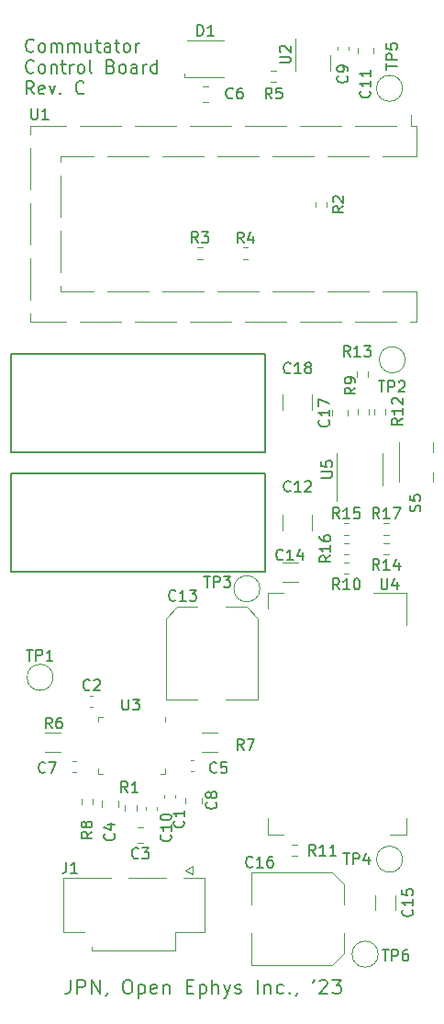
<source format=gbr>
%TF.GenerationSoftware,KiCad,Pcbnew,7.0.6*%
%TF.CreationDate,2023-12-03T11:26:54-05:00*%
%TF.ProjectId,oe-commutator-controller,6f652d63-6f6d-46d7-9574-61746f722d63,C*%
%TF.SameCoordinates,Original*%
%TF.FileFunction,Legend,Top*%
%TF.FilePolarity,Positive*%
%FSLAX46Y46*%
G04 Gerber Fmt 4.6, Leading zero omitted, Abs format (unit mm)*
G04 Created by KiCad (PCBNEW 7.0.6) date 2023-12-03 11:26:54*
%MOMM*%
%LPD*%
G01*
G04 APERTURE LIST*
%ADD10C,0.150000*%
%ADD11C,0.200000*%
%ADD12C,0.120000*%
%ADD13C,0.100000*%
G04 APERTURE END LIST*
D10*
X105600000Y-99000000D02*
X129000000Y-99000000D01*
X129000000Y-108000000D01*
X105600000Y-108000000D01*
X105600000Y-99000000D01*
X105600000Y-88000000D02*
X129000000Y-88000000D01*
X129000000Y-97000000D01*
X105600000Y-97000000D01*
X105600000Y-88000000D01*
D11*
X107653006Y-60048457D02*
X107595863Y-60105600D01*
X107595863Y-60105600D02*
X107424435Y-60162742D01*
X107424435Y-60162742D02*
X107310149Y-60162742D01*
X107310149Y-60162742D02*
X107138720Y-60105600D01*
X107138720Y-60105600D02*
X107024435Y-59991314D01*
X107024435Y-59991314D02*
X106967292Y-59877028D01*
X106967292Y-59877028D02*
X106910149Y-59648457D01*
X106910149Y-59648457D02*
X106910149Y-59477028D01*
X106910149Y-59477028D02*
X106967292Y-59248457D01*
X106967292Y-59248457D02*
X107024435Y-59134171D01*
X107024435Y-59134171D02*
X107138720Y-59019885D01*
X107138720Y-59019885D02*
X107310149Y-58962742D01*
X107310149Y-58962742D02*
X107424435Y-58962742D01*
X107424435Y-58962742D02*
X107595863Y-59019885D01*
X107595863Y-59019885D02*
X107653006Y-59077028D01*
X108338720Y-60162742D02*
X108224435Y-60105600D01*
X108224435Y-60105600D02*
X108167292Y-60048457D01*
X108167292Y-60048457D02*
X108110149Y-59934171D01*
X108110149Y-59934171D02*
X108110149Y-59591314D01*
X108110149Y-59591314D02*
X108167292Y-59477028D01*
X108167292Y-59477028D02*
X108224435Y-59419885D01*
X108224435Y-59419885D02*
X108338720Y-59362742D01*
X108338720Y-59362742D02*
X108510149Y-59362742D01*
X108510149Y-59362742D02*
X108624435Y-59419885D01*
X108624435Y-59419885D02*
X108681578Y-59477028D01*
X108681578Y-59477028D02*
X108738720Y-59591314D01*
X108738720Y-59591314D02*
X108738720Y-59934171D01*
X108738720Y-59934171D02*
X108681578Y-60048457D01*
X108681578Y-60048457D02*
X108624435Y-60105600D01*
X108624435Y-60105600D02*
X108510149Y-60162742D01*
X108510149Y-60162742D02*
X108338720Y-60162742D01*
X109253006Y-60162742D02*
X109253006Y-59362742D01*
X109253006Y-59477028D02*
X109310149Y-59419885D01*
X109310149Y-59419885D02*
X109424434Y-59362742D01*
X109424434Y-59362742D02*
X109595863Y-59362742D01*
X109595863Y-59362742D02*
X109710149Y-59419885D01*
X109710149Y-59419885D02*
X109767292Y-59534171D01*
X109767292Y-59534171D02*
X109767292Y-60162742D01*
X109767292Y-59534171D02*
X109824434Y-59419885D01*
X109824434Y-59419885D02*
X109938720Y-59362742D01*
X109938720Y-59362742D02*
X110110149Y-59362742D01*
X110110149Y-59362742D02*
X110224434Y-59419885D01*
X110224434Y-59419885D02*
X110281577Y-59534171D01*
X110281577Y-59534171D02*
X110281577Y-60162742D01*
X110853006Y-60162742D02*
X110853006Y-59362742D01*
X110853006Y-59477028D02*
X110910149Y-59419885D01*
X110910149Y-59419885D02*
X111024434Y-59362742D01*
X111024434Y-59362742D02*
X111195863Y-59362742D01*
X111195863Y-59362742D02*
X111310149Y-59419885D01*
X111310149Y-59419885D02*
X111367292Y-59534171D01*
X111367292Y-59534171D02*
X111367292Y-60162742D01*
X111367292Y-59534171D02*
X111424434Y-59419885D01*
X111424434Y-59419885D02*
X111538720Y-59362742D01*
X111538720Y-59362742D02*
X111710149Y-59362742D01*
X111710149Y-59362742D02*
X111824434Y-59419885D01*
X111824434Y-59419885D02*
X111881577Y-59534171D01*
X111881577Y-59534171D02*
X111881577Y-60162742D01*
X112967292Y-59362742D02*
X112967292Y-60162742D01*
X112453006Y-59362742D02*
X112453006Y-59991314D01*
X112453006Y-59991314D02*
X112510149Y-60105600D01*
X112510149Y-60105600D02*
X112624434Y-60162742D01*
X112624434Y-60162742D02*
X112795863Y-60162742D01*
X112795863Y-60162742D02*
X112910149Y-60105600D01*
X112910149Y-60105600D02*
X112967292Y-60048457D01*
X113367291Y-59362742D02*
X113824434Y-59362742D01*
X113538720Y-58962742D02*
X113538720Y-59991314D01*
X113538720Y-59991314D02*
X113595863Y-60105600D01*
X113595863Y-60105600D02*
X113710148Y-60162742D01*
X113710148Y-60162742D02*
X113824434Y-60162742D01*
X114738720Y-60162742D02*
X114738720Y-59534171D01*
X114738720Y-59534171D02*
X114681577Y-59419885D01*
X114681577Y-59419885D02*
X114567291Y-59362742D01*
X114567291Y-59362742D02*
X114338720Y-59362742D01*
X114338720Y-59362742D02*
X114224434Y-59419885D01*
X114738720Y-60105600D02*
X114624434Y-60162742D01*
X114624434Y-60162742D02*
X114338720Y-60162742D01*
X114338720Y-60162742D02*
X114224434Y-60105600D01*
X114224434Y-60105600D02*
X114167291Y-59991314D01*
X114167291Y-59991314D02*
X114167291Y-59877028D01*
X114167291Y-59877028D02*
X114224434Y-59762742D01*
X114224434Y-59762742D02*
X114338720Y-59705600D01*
X114338720Y-59705600D02*
X114624434Y-59705600D01*
X114624434Y-59705600D02*
X114738720Y-59648457D01*
X115138719Y-59362742D02*
X115595862Y-59362742D01*
X115310148Y-58962742D02*
X115310148Y-59991314D01*
X115310148Y-59991314D02*
X115367291Y-60105600D01*
X115367291Y-60105600D02*
X115481576Y-60162742D01*
X115481576Y-60162742D02*
X115595862Y-60162742D01*
X116167290Y-60162742D02*
X116053005Y-60105600D01*
X116053005Y-60105600D02*
X115995862Y-60048457D01*
X115995862Y-60048457D02*
X115938719Y-59934171D01*
X115938719Y-59934171D02*
X115938719Y-59591314D01*
X115938719Y-59591314D02*
X115995862Y-59477028D01*
X115995862Y-59477028D02*
X116053005Y-59419885D01*
X116053005Y-59419885D02*
X116167290Y-59362742D01*
X116167290Y-59362742D02*
X116338719Y-59362742D01*
X116338719Y-59362742D02*
X116453005Y-59419885D01*
X116453005Y-59419885D02*
X116510148Y-59477028D01*
X116510148Y-59477028D02*
X116567290Y-59591314D01*
X116567290Y-59591314D02*
X116567290Y-59934171D01*
X116567290Y-59934171D02*
X116510148Y-60048457D01*
X116510148Y-60048457D02*
X116453005Y-60105600D01*
X116453005Y-60105600D02*
X116338719Y-60162742D01*
X116338719Y-60162742D02*
X116167290Y-60162742D01*
X117081576Y-60162742D02*
X117081576Y-59362742D01*
X117081576Y-59591314D02*
X117138719Y-59477028D01*
X117138719Y-59477028D02*
X117195862Y-59419885D01*
X117195862Y-59419885D02*
X117310147Y-59362742D01*
X117310147Y-59362742D02*
X117424433Y-59362742D01*
X107653006Y-61980457D02*
X107595863Y-62037600D01*
X107595863Y-62037600D02*
X107424435Y-62094742D01*
X107424435Y-62094742D02*
X107310149Y-62094742D01*
X107310149Y-62094742D02*
X107138720Y-62037600D01*
X107138720Y-62037600D02*
X107024435Y-61923314D01*
X107024435Y-61923314D02*
X106967292Y-61809028D01*
X106967292Y-61809028D02*
X106910149Y-61580457D01*
X106910149Y-61580457D02*
X106910149Y-61409028D01*
X106910149Y-61409028D02*
X106967292Y-61180457D01*
X106967292Y-61180457D02*
X107024435Y-61066171D01*
X107024435Y-61066171D02*
X107138720Y-60951885D01*
X107138720Y-60951885D02*
X107310149Y-60894742D01*
X107310149Y-60894742D02*
X107424435Y-60894742D01*
X107424435Y-60894742D02*
X107595863Y-60951885D01*
X107595863Y-60951885D02*
X107653006Y-61009028D01*
X108338720Y-62094742D02*
X108224435Y-62037600D01*
X108224435Y-62037600D02*
X108167292Y-61980457D01*
X108167292Y-61980457D02*
X108110149Y-61866171D01*
X108110149Y-61866171D02*
X108110149Y-61523314D01*
X108110149Y-61523314D02*
X108167292Y-61409028D01*
X108167292Y-61409028D02*
X108224435Y-61351885D01*
X108224435Y-61351885D02*
X108338720Y-61294742D01*
X108338720Y-61294742D02*
X108510149Y-61294742D01*
X108510149Y-61294742D02*
X108624435Y-61351885D01*
X108624435Y-61351885D02*
X108681578Y-61409028D01*
X108681578Y-61409028D02*
X108738720Y-61523314D01*
X108738720Y-61523314D02*
X108738720Y-61866171D01*
X108738720Y-61866171D02*
X108681578Y-61980457D01*
X108681578Y-61980457D02*
X108624435Y-62037600D01*
X108624435Y-62037600D02*
X108510149Y-62094742D01*
X108510149Y-62094742D02*
X108338720Y-62094742D01*
X109253006Y-61294742D02*
X109253006Y-62094742D01*
X109253006Y-61409028D02*
X109310149Y-61351885D01*
X109310149Y-61351885D02*
X109424434Y-61294742D01*
X109424434Y-61294742D02*
X109595863Y-61294742D01*
X109595863Y-61294742D02*
X109710149Y-61351885D01*
X109710149Y-61351885D02*
X109767292Y-61466171D01*
X109767292Y-61466171D02*
X109767292Y-62094742D01*
X110167291Y-61294742D02*
X110624434Y-61294742D01*
X110338720Y-60894742D02*
X110338720Y-61923314D01*
X110338720Y-61923314D02*
X110395863Y-62037600D01*
X110395863Y-62037600D02*
X110510148Y-62094742D01*
X110510148Y-62094742D02*
X110624434Y-62094742D01*
X111024434Y-62094742D02*
X111024434Y-61294742D01*
X111024434Y-61523314D02*
X111081577Y-61409028D01*
X111081577Y-61409028D02*
X111138720Y-61351885D01*
X111138720Y-61351885D02*
X111253005Y-61294742D01*
X111253005Y-61294742D02*
X111367291Y-61294742D01*
X111938719Y-62094742D02*
X111824434Y-62037600D01*
X111824434Y-62037600D02*
X111767291Y-61980457D01*
X111767291Y-61980457D02*
X111710148Y-61866171D01*
X111710148Y-61866171D02*
X111710148Y-61523314D01*
X111710148Y-61523314D02*
X111767291Y-61409028D01*
X111767291Y-61409028D02*
X111824434Y-61351885D01*
X111824434Y-61351885D02*
X111938719Y-61294742D01*
X111938719Y-61294742D02*
X112110148Y-61294742D01*
X112110148Y-61294742D02*
X112224434Y-61351885D01*
X112224434Y-61351885D02*
X112281577Y-61409028D01*
X112281577Y-61409028D02*
X112338719Y-61523314D01*
X112338719Y-61523314D02*
X112338719Y-61866171D01*
X112338719Y-61866171D02*
X112281577Y-61980457D01*
X112281577Y-61980457D02*
X112224434Y-62037600D01*
X112224434Y-62037600D02*
X112110148Y-62094742D01*
X112110148Y-62094742D02*
X111938719Y-62094742D01*
X113024433Y-62094742D02*
X112910148Y-62037600D01*
X112910148Y-62037600D02*
X112853005Y-61923314D01*
X112853005Y-61923314D02*
X112853005Y-60894742D01*
X114795862Y-61466171D02*
X114967290Y-61523314D01*
X114967290Y-61523314D02*
X115024433Y-61580457D01*
X115024433Y-61580457D02*
X115081576Y-61694742D01*
X115081576Y-61694742D02*
X115081576Y-61866171D01*
X115081576Y-61866171D02*
X115024433Y-61980457D01*
X115024433Y-61980457D02*
X114967290Y-62037600D01*
X114967290Y-62037600D02*
X114853005Y-62094742D01*
X114853005Y-62094742D02*
X114395862Y-62094742D01*
X114395862Y-62094742D02*
X114395862Y-60894742D01*
X114395862Y-60894742D02*
X114795862Y-60894742D01*
X114795862Y-60894742D02*
X114910148Y-60951885D01*
X114910148Y-60951885D02*
X114967290Y-61009028D01*
X114967290Y-61009028D02*
X115024433Y-61123314D01*
X115024433Y-61123314D02*
X115024433Y-61237600D01*
X115024433Y-61237600D02*
X114967290Y-61351885D01*
X114967290Y-61351885D02*
X114910148Y-61409028D01*
X114910148Y-61409028D02*
X114795862Y-61466171D01*
X114795862Y-61466171D02*
X114395862Y-61466171D01*
X115767290Y-62094742D02*
X115653005Y-62037600D01*
X115653005Y-62037600D02*
X115595862Y-61980457D01*
X115595862Y-61980457D02*
X115538719Y-61866171D01*
X115538719Y-61866171D02*
X115538719Y-61523314D01*
X115538719Y-61523314D02*
X115595862Y-61409028D01*
X115595862Y-61409028D02*
X115653005Y-61351885D01*
X115653005Y-61351885D02*
X115767290Y-61294742D01*
X115767290Y-61294742D02*
X115938719Y-61294742D01*
X115938719Y-61294742D02*
X116053005Y-61351885D01*
X116053005Y-61351885D02*
X116110148Y-61409028D01*
X116110148Y-61409028D02*
X116167290Y-61523314D01*
X116167290Y-61523314D02*
X116167290Y-61866171D01*
X116167290Y-61866171D02*
X116110148Y-61980457D01*
X116110148Y-61980457D02*
X116053005Y-62037600D01*
X116053005Y-62037600D02*
X115938719Y-62094742D01*
X115938719Y-62094742D02*
X115767290Y-62094742D01*
X117195862Y-62094742D02*
X117195862Y-61466171D01*
X117195862Y-61466171D02*
X117138719Y-61351885D01*
X117138719Y-61351885D02*
X117024433Y-61294742D01*
X117024433Y-61294742D02*
X116795862Y-61294742D01*
X116795862Y-61294742D02*
X116681576Y-61351885D01*
X117195862Y-62037600D02*
X117081576Y-62094742D01*
X117081576Y-62094742D02*
X116795862Y-62094742D01*
X116795862Y-62094742D02*
X116681576Y-62037600D01*
X116681576Y-62037600D02*
X116624433Y-61923314D01*
X116624433Y-61923314D02*
X116624433Y-61809028D01*
X116624433Y-61809028D02*
X116681576Y-61694742D01*
X116681576Y-61694742D02*
X116795862Y-61637600D01*
X116795862Y-61637600D02*
X117081576Y-61637600D01*
X117081576Y-61637600D02*
X117195862Y-61580457D01*
X117767290Y-62094742D02*
X117767290Y-61294742D01*
X117767290Y-61523314D02*
X117824433Y-61409028D01*
X117824433Y-61409028D02*
X117881576Y-61351885D01*
X117881576Y-61351885D02*
X117995861Y-61294742D01*
X117995861Y-61294742D02*
X118110147Y-61294742D01*
X119024433Y-62094742D02*
X119024433Y-60894742D01*
X119024433Y-62037600D02*
X118910147Y-62094742D01*
X118910147Y-62094742D02*
X118681575Y-62094742D01*
X118681575Y-62094742D02*
X118567290Y-62037600D01*
X118567290Y-62037600D02*
X118510147Y-61980457D01*
X118510147Y-61980457D02*
X118453004Y-61866171D01*
X118453004Y-61866171D02*
X118453004Y-61523314D01*
X118453004Y-61523314D02*
X118510147Y-61409028D01*
X118510147Y-61409028D02*
X118567290Y-61351885D01*
X118567290Y-61351885D02*
X118681575Y-61294742D01*
X118681575Y-61294742D02*
X118910147Y-61294742D01*
X118910147Y-61294742D02*
X119024433Y-61351885D01*
X107653006Y-64026742D02*
X107253006Y-63455314D01*
X106967292Y-64026742D02*
X106967292Y-62826742D01*
X106967292Y-62826742D02*
X107424435Y-62826742D01*
X107424435Y-62826742D02*
X107538720Y-62883885D01*
X107538720Y-62883885D02*
X107595863Y-62941028D01*
X107595863Y-62941028D02*
X107653006Y-63055314D01*
X107653006Y-63055314D02*
X107653006Y-63226742D01*
X107653006Y-63226742D02*
X107595863Y-63341028D01*
X107595863Y-63341028D02*
X107538720Y-63398171D01*
X107538720Y-63398171D02*
X107424435Y-63455314D01*
X107424435Y-63455314D02*
X106967292Y-63455314D01*
X108624435Y-63969600D02*
X108510149Y-64026742D01*
X108510149Y-64026742D02*
X108281578Y-64026742D01*
X108281578Y-64026742D02*
X108167292Y-63969600D01*
X108167292Y-63969600D02*
X108110149Y-63855314D01*
X108110149Y-63855314D02*
X108110149Y-63398171D01*
X108110149Y-63398171D02*
X108167292Y-63283885D01*
X108167292Y-63283885D02*
X108281578Y-63226742D01*
X108281578Y-63226742D02*
X108510149Y-63226742D01*
X108510149Y-63226742D02*
X108624435Y-63283885D01*
X108624435Y-63283885D02*
X108681578Y-63398171D01*
X108681578Y-63398171D02*
X108681578Y-63512457D01*
X108681578Y-63512457D02*
X108110149Y-63626742D01*
X109081577Y-63226742D02*
X109367291Y-64026742D01*
X109367291Y-64026742D02*
X109653006Y-63226742D01*
X110110149Y-63912457D02*
X110167292Y-63969600D01*
X110167292Y-63969600D02*
X110110149Y-64026742D01*
X110110149Y-64026742D02*
X110053006Y-63969600D01*
X110053006Y-63969600D02*
X110110149Y-63912457D01*
X110110149Y-63912457D02*
X110110149Y-64026742D01*
X112281578Y-63912457D02*
X112224435Y-63969600D01*
X112224435Y-63969600D02*
X112053007Y-64026742D01*
X112053007Y-64026742D02*
X111938721Y-64026742D01*
X111938721Y-64026742D02*
X111767292Y-63969600D01*
X111767292Y-63969600D02*
X111653007Y-63855314D01*
X111653007Y-63855314D02*
X111595864Y-63741028D01*
X111595864Y-63741028D02*
X111538721Y-63512457D01*
X111538721Y-63512457D02*
X111538721Y-63341028D01*
X111538721Y-63341028D02*
X111595864Y-63112457D01*
X111595864Y-63112457D02*
X111653007Y-62998171D01*
X111653007Y-62998171D02*
X111767292Y-62883885D01*
X111767292Y-62883885D02*
X111938721Y-62826742D01*
X111938721Y-62826742D02*
X112053007Y-62826742D01*
X112053007Y-62826742D02*
X112224435Y-62883885D01*
X112224435Y-62883885D02*
X112281578Y-62941028D01*
X111082858Y-145601004D02*
X111082858Y-146529576D01*
X111082858Y-146529576D02*
X111020953Y-146715290D01*
X111020953Y-146715290D02*
X110897144Y-146839100D01*
X110897144Y-146839100D02*
X110711429Y-146901004D01*
X110711429Y-146901004D02*
X110587620Y-146901004D01*
X111701905Y-146901004D02*
X111701905Y-145601004D01*
X111701905Y-145601004D02*
X112197143Y-145601004D01*
X112197143Y-145601004D02*
X112320953Y-145662909D01*
X112320953Y-145662909D02*
X112382858Y-145724814D01*
X112382858Y-145724814D02*
X112444762Y-145848623D01*
X112444762Y-145848623D02*
X112444762Y-146034338D01*
X112444762Y-146034338D02*
X112382858Y-146158147D01*
X112382858Y-146158147D02*
X112320953Y-146220052D01*
X112320953Y-146220052D02*
X112197143Y-146281957D01*
X112197143Y-146281957D02*
X111701905Y-146281957D01*
X113001905Y-146901004D02*
X113001905Y-145601004D01*
X113001905Y-145601004D02*
X113744762Y-146901004D01*
X113744762Y-146901004D02*
X113744762Y-145601004D01*
X114425715Y-146839100D02*
X114425715Y-146901004D01*
X114425715Y-146901004D02*
X114363810Y-147024814D01*
X114363810Y-147024814D02*
X114301906Y-147086719D01*
X116220953Y-145601004D02*
X116468572Y-145601004D01*
X116468572Y-145601004D02*
X116592382Y-145662909D01*
X116592382Y-145662909D02*
X116716191Y-145786719D01*
X116716191Y-145786719D02*
X116778096Y-146034338D01*
X116778096Y-146034338D02*
X116778096Y-146467671D01*
X116778096Y-146467671D02*
X116716191Y-146715290D01*
X116716191Y-146715290D02*
X116592382Y-146839100D01*
X116592382Y-146839100D02*
X116468572Y-146901004D01*
X116468572Y-146901004D02*
X116220953Y-146901004D01*
X116220953Y-146901004D02*
X116097144Y-146839100D01*
X116097144Y-146839100D02*
X115973334Y-146715290D01*
X115973334Y-146715290D02*
X115911430Y-146467671D01*
X115911430Y-146467671D02*
X115911430Y-146034338D01*
X115911430Y-146034338D02*
X115973334Y-145786719D01*
X115973334Y-145786719D02*
X116097144Y-145662909D01*
X116097144Y-145662909D02*
X116220953Y-145601004D01*
X117335239Y-146034338D02*
X117335239Y-147334338D01*
X117335239Y-146096242D02*
X117459049Y-146034338D01*
X117459049Y-146034338D02*
X117706668Y-146034338D01*
X117706668Y-146034338D02*
X117830477Y-146096242D01*
X117830477Y-146096242D02*
X117892382Y-146158147D01*
X117892382Y-146158147D02*
X117954287Y-146281957D01*
X117954287Y-146281957D02*
X117954287Y-146653385D01*
X117954287Y-146653385D02*
X117892382Y-146777195D01*
X117892382Y-146777195D02*
X117830477Y-146839100D01*
X117830477Y-146839100D02*
X117706668Y-146901004D01*
X117706668Y-146901004D02*
X117459049Y-146901004D01*
X117459049Y-146901004D02*
X117335239Y-146839100D01*
X119006667Y-146839100D02*
X118882858Y-146901004D01*
X118882858Y-146901004D02*
X118635239Y-146901004D01*
X118635239Y-146901004D02*
X118511429Y-146839100D01*
X118511429Y-146839100D02*
X118449525Y-146715290D01*
X118449525Y-146715290D02*
X118449525Y-146220052D01*
X118449525Y-146220052D02*
X118511429Y-146096242D01*
X118511429Y-146096242D02*
X118635239Y-146034338D01*
X118635239Y-146034338D02*
X118882858Y-146034338D01*
X118882858Y-146034338D02*
X119006667Y-146096242D01*
X119006667Y-146096242D02*
X119068572Y-146220052D01*
X119068572Y-146220052D02*
X119068572Y-146343861D01*
X119068572Y-146343861D02*
X118449525Y-146467671D01*
X119625715Y-146034338D02*
X119625715Y-146901004D01*
X119625715Y-146158147D02*
X119687620Y-146096242D01*
X119687620Y-146096242D02*
X119811430Y-146034338D01*
X119811430Y-146034338D02*
X119997144Y-146034338D01*
X119997144Y-146034338D02*
X120120953Y-146096242D01*
X120120953Y-146096242D02*
X120182858Y-146220052D01*
X120182858Y-146220052D02*
X120182858Y-146901004D01*
X121792381Y-146220052D02*
X122225715Y-146220052D01*
X122411429Y-146901004D02*
X121792381Y-146901004D01*
X121792381Y-146901004D02*
X121792381Y-145601004D01*
X121792381Y-145601004D02*
X122411429Y-145601004D01*
X122968571Y-146034338D02*
X122968571Y-147334338D01*
X122968571Y-146096242D02*
X123092381Y-146034338D01*
X123092381Y-146034338D02*
X123340000Y-146034338D01*
X123340000Y-146034338D02*
X123463809Y-146096242D01*
X123463809Y-146096242D02*
X123525714Y-146158147D01*
X123525714Y-146158147D02*
X123587619Y-146281957D01*
X123587619Y-146281957D02*
X123587619Y-146653385D01*
X123587619Y-146653385D02*
X123525714Y-146777195D01*
X123525714Y-146777195D02*
X123463809Y-146839100D01*
X123463809Y-146839100D02*
X123340000Y-146901004D01*
X123340000Y-146901004D02*
X123092381Y-146901004D01*
X123092381Y-146901004D02*
X122968571Y-146839100D01*
X124144761Y-146901004D02*
X124144761Y-145601004D01*
X124701904Y-146901004D02*
X124701904Y-146220052D01*
X124701904Y-146220052D02*
X124639999Y-146096242D01*
X124639999Y-146096242D02*
X124516190Y-146034338D01*
X124516190Y-146034338D02*
X124330476Y-146034338D01*
X124330476Y-146034338D02*
X124206666Y-146096242D01*
X124206666Y-146096242D02*
X124144761Y-146158147D01*
X125197142Y-146034338D02*
X125506666Y-146901004D01*
X125816189Y-146034338D02*
X125506666Y-146901004D01*
X125506666Y-146901004D02*
X125382856Y-147210528D01*
X125382856Y-147210528D02*
X125320951Y-147272433D01*
X125320951Y-147272433D02*
X125197142Y-147334338D01*
X126249523Y-146839100D02*
X126373332Y-146901004D01*
X126373332Y-146901004D02*
X126620951Y-146901004D01*
X126620951Y-146901004D02*
X126744761Y-146839100D01*
X126744761Y-146839100D02*
X126806665Y-146715290D01*
X126806665Y-146715290D02*
X126806665Y-146653385D01*
X126806665Y-146653385D02*
X126744761Y-146529576D01*
X126744761Y-146529576D02*
X126620951Y-146467671D01*
X126620951Y-146467671D02*
X126435237Y-146467671D01*
X126435237Y-146467671D02*
X126311427Y-146405766D01*
X126311427Y-146405766D02*
X126249523Y-146281957D01*
X126249523Y-146281957D02*
X126249523Y-146220052D01*
X126249523Y-146220052D02*
X126311427Y-146096242D01*
X126311427Y-146096242D02*
X126435237Y-146034338D01*
X126435237Y-146034338D02*
X126620951Y-146034338D01*
X126620951Y-146034338D02*
X126744761Y-146096242D01*
X128354284Y-146901004D02*
X128354284Y-145601004D01*
X128973332Y-146034338D02*
X128973332Y-146901004D01*
X128973332Y-146158147D02*
X129035237Y-146096242D01*
X129035237Y-146096242D02*
X129159047Y-146034338D01*
X129159047Y-146034338D02*
X129344761Y-146034338D01*
X129344761Y-146034338D02*
X129468570Y-146096242D01*
X129468570Y-146096242D02*
X129530475Y-146220052D01*
X129530475Y-146220052D02*
X129530475Y-146901004D01*
X130706665Y-146839100D02*
X130582856Y-146901004D01*
X130582856Y-146901004D02*
X130335237Y-146901004D01*
X130335237Y-146901004D02*
X130211427Y-146839100D01*
X130211427Y-146839100D02*
X130149522Y-146777195D01*
X130149522Y-146777195D02*
X130087618Y-146653385D01*
X130087618Y-146653385D02*
X130087618Y-146281957D01*
X130087618Y-146281957D02*
X130149522Y-146158147D01*
X130149522Y-146158147D02*
X130211427Y-146096242D01*
X130211427Y-146096242D02*
X130335237Y-146034338D01*
X130335237Y-146034338D02*
X130582856Y-146034338D01*
X130582856Y-146034338D02*
X130706665Y-146096242D01*
X131263808Y-146777195D02*
X131325713Y-146839100D01*
X131325713Y-146839100D02*
X131263808Y-146901004D01*
X131263808Y-146901004D02*
X131201904Y-146839100D01*
X131201904Y-146839100D02*
X131263808Y-146777195D01*
X131263808Y-146777195D02*
X131263808Y-146901004D01*
X131944761Y-146839100D02*
X131944761Y-146901004D01*
X131944761Y-146901004D02*
X131882856Y-147024814D01*
X131882856Y-147024814D02*
X131820952Y-147086719D01*
X133554285Y-145601004D02*
X133430476Y-145848623D01*
X134049524Y-145724814D02*
X134111428Y-145662909D01*
X134111428Y-145662909D02*
X134235238Y-145601004D01*
X134235238Y-145601004D02*
X134544762Y-145601004D01*
X134544762Y-145601004D02*
X134668571Y-145662909D01*
X134668571Y-145662909D02*
X134730476Y-145724814D01*
X134730476Y-145724814D02*
X134792381Y-145848623D01*
X134792381Y-145848623D02*
X134792381Y-145972433D01*
X134792381Y-145972433D02*
X134730476Y-146158147D01*
X134730476Y-146158147D02*
X133987619Y-146901004D01*
X133987619Y-146901004D02*
X134792381Y-146901004D01*
X135225714Y-145601004D02*
X136030476Y-145601004D01*
X136030476Y-145601004D02*
X135597142Y-146096242D01*
X135597142Y-146096242D02*
X135782857Y-146096242D01*
X135782857Y-146096242D02*
X135906666Y-146158147D01*
X135906666Y-146158147D02*
X135968571Y-146220052D01*
X135968571Y-146220052D02*
X136030476Y-146343861D01*
X136030476Y-146343861D02*
X136030476Y-146653385D01*
X136030476Y-146653385D02*
X135968571Y-146777195D01*
X135968571Y-146777195D02*
X135906666Y-146839100D01*
X135906666Y-146839100D02*
X135782857Y-146901004D01*
X135782857Y-146901004D02*
X135411428Y-146901004D01*
X135411428Y-146901004D02*
X135287619Y-146839100D01*
X135287619Y-146839100D02*
X135225714Y-146777195D01*
D10*
X122761905Y-58654819D02*
X122761905Y-57654819D01*
X122761905Y-57654819D02*
X123000000Y-57654819D01*
X123000000Y-57654819D02*
X123142857Y-57702438D01*
X123142857Y-57702438D02*
X123238095Y-57797676D01*
X123238095Y-57797676D02*
X123285714Y-57892914D01*
X123285714Y-57892914D02*
X123333333Y-58083390D01*
X123333333Y-58083390D02*
X123333333Y-58226247D01*
X123333333Y-58226247D02*
X123285714Y-58416723D01*
X123285714Y-58416723D02*
X123238095Y-58511961D01*
X123238095Y-58511961D02*
X123142857Y-58607200D01*
X123142857Y-58607200D02*
X123000000Y-58654819D01*
X123000000Y-58654819D02*
X122761905Y-58654819D01*
X124285714Y-58654819D02*
X123714286Y-58654819D01*
X124000000Y-58654819D02*
X124000000Y-57654819D01*
X124000000Y-57654819D02*
X123904762Y-57797676D01*
X123904762Y-57797676D02*
X123809524Y-57892914D01*
X123809524Y-57892914D02*
X123714286Y-57940533D01*
X134859580Y-94042857D02*
X134907200Y-94090476D01*
X134907200Y-94090476D02*
X134954819Y-94233333D01*
X134954819Y-94233333D02*
X134954819Y-94328571D01*
X134954819Y-94328571D02*
X134907200Y-94471428D01*
X134907200Y-94471428D02*
X134811961Y-94566666D01*
X134811961Y-94566666D02*
X134716723Y-94614285D01*
X134716723Y-94614285D02*
X134526247Y-94661904D01*
X134526247Y-94661904D02*
X134383390Y-94661904D01*
X134383390Y-94661904D02*
X134192914Y-94614285D01*
X134192914Y-94614285D02*
X134097676Y-94566666D01*
X134097676Y-94566666D02*
X134002438Y-94471428D01*
X134002438Y-94471428D02*
X133954819Y-94328571D01*
X133954819Y-94328571D02*
X133954819Y-94233333D01*
X133954819Y-94233333D02*
X134002438Y-94090476D01*
X134002438Y-94090476D02*
X134050057Y-94042857D01*
X134954819Y-93090476D02*
X134954819Y-93661904D01*
X134954819Y-93376190D02*
X133954819Y-93376190D01*
X133954819Y-93376190D02*
X134097676Y-93471428D01*
X134097676Y-93471428D02*
X134192914Y-93566666D01*
X134192914Y-93566666D02*
X134240533Y-93661904D01*
X133954819Y-92757142D02*
X133954819Y-92090476D01*
X133954819Y-92090476D02*
X134954819Y-92519047D01*
X140204819Y-61761904D02*
X140204819Y-61190476D01*
X141204819Y-61476190D02*
X140204819Y-61476190D01*
X141204819Y-60857142D02*
X140204819Y-60857142D01*
X140204819Y-60857142D02*
X140204819Y-60476190D01*
X140204819Y-60476190D02*
X140252438Y-60380952D01*
X140252438Y-60380952D02*
X140300057Y-60333333D01*
X140300057Y-60333333D02*
X140395295Y-60285714D01*
X140395295Y-60285714D02*
X140538152Y-60285714D01*
X140538152Y-60285714D02*
X140633390Y-60333333D01*
X140633390Y-60333333D02*
X140681009Y-60380952D01*
X140681009Y-60380952D02*
X140728628Y-60476190D01*
X140728628Y-60476190D02*
X140728628Y-60857142D01*
X140204819Y-59380952D02*
X140204819Y-59857142D01*
X140204819Y-59857142D02*
X140681009Y-59904761D01*
X140681009Y-59904761D02*
X140633390Y-59857142D01*
X140633390Y-59857142D02*
X140585771Y-59761904D01*
X140585771Y-59761904D02*
X140585771Y-59523809D01*
X140585771Y-59523809D02*
X140633390Y-59428571D01*
X140633390Y-59428571D02*
X140681009Y-59380952D01*
X140681009Y-59380952D02*
X140776247Y-59333333D01*
X140776247Y-59333333D02*
X141014342Y-59333333D01*
X141014342Y-59333333D02*
X141109580Y-59380952D01*
X141109580Y-59380952D02*
X141157200Y-59428571D01*
X141157200Y-59428571D02*
X141204819Y-59523809D01*
X141204819Y-59523809D02*
X141204819Y-59761904D01*
X141204819Y-59761904D02*
X141157200Y-59857142D01*
X141157200Y-59857142D02*
X141109580Y-59904761D01*
X127033333Y-77754819D02*
X126700000Y-77278628D01*
X126461905Y-77754819D02*
X126461905Y-76754819D01*
X126461905Y-76754819D02*
X126842857Y-76754819D01*
X126842857Y-76754819D02*
X126938095Y-76802438D01*
X126938095Y-76802438D02*
X126985714Y-76850057D01*
X126985714Y-76850057D02*
X127033333Y-76945295D01*
X127033333Y-76945295D02*
X127033333Y-77088152D01*
X127033333Y-77088152D02*
X126985714Y-77183390D01*
X126985714Y-77183390D02*
X126938095Y-77231009D01*
X126938095Y-77231009D02*
X126842857Y-77278628D01*
X126842857Y-77278628D02*
X126461905Y-77278628D01*
X127890476Y-77088152D02*
X127890476Y-77754819D01*
X127652381Y-76707200D02*
X127414286Y-77421485D01*
X127414286Y-77421485D02*
X128033333Y-77421485D01*
X110666666Y-134754819D02*
X110666666Y-135469104D01*
X110666666Y-135469104D02*
X110619047Y-135611961D01*
X110619047Y-135611961D02*
X110523809Y-135707200D01*
X110523809Y-135707200D02*
X110380952Y-135754819D01*
X110380952Y-135754819D02*
X110285714Y-135754819D01*
X111666666Y-135754819D02*
X111095238Y-135754819D01*
X111380952Y-135754819D02*
X111380952Y-134754819D01*
X111380952Y-134754819D02*
X111285714Y-134897676D01*
X111285714Y-134897676D02*
X111190476Y-134992914D01*
X111190476Y-134992914D02*
X111095238Y-135040533D01*
X137354819Y-91066666D02*
X136878628Y-91399999D01*
X137354819Y-91638094D02*
X136354819Y-91638094D01*
X136354819Y-91638094D02*
X136354819Y-91257142D01*
X136354819Y-91257142D02*
X136402438Y-91161904D01*
X136402438Y-91161904D02*
X136450057Y-91114285D01*
X136450057Y-91114285D02*
X136545295Y-91066666D01*
X136545295Y-91066666D02*
X136688152Y-91066666D01*
X136688152Y-91066666D02*
X136783390Y-91114285D01*
X136783390Y-91114285D02*
X136831009Y-91161904D01*
X136831009Y-91161904D02*
X136878628Y-91257142D01*
X136878628Y-91257142D02*
X136878628Y-91638094D01*
X137354819Y-90590475D02*
X137354819Y-90399999D01*
X137354819Y-90399999D02*
X137307200Y-90304761D01*
X137307200Y-90304761D02*
X137259580Y-90257142D01*
X137259580Y-90257142D02*
X137116723Y-90161904D01*
X137116723Y-90161904D02*
X136926247Y-90114285D01*
X136926247Y-90114285D02*
X136545295Y-90114285D01*
X136545295Y-90114285D02*
X136450057Y-90161904D01*
X136450057Y-90161904D02*
X136402438Y-90209523D01*
X136402438Y-90209523D02*
X136354819Y-90304761D01*
X136354819Y-90304761D02*
X136354819Y-90495237D01*
X136354819Y-90495237D02*
X136402438Y-90590475D01*
X136402438Y-90590475D02*
X136450057Y-90638094D01*
X136450057Y-90638094D02*
X136545295Y-90685713D01*
X136545295Y-90685713D02*
X136783390Y-90685713D01*
X136783390Y-90685713D02*
X136878628Y-90638094D01*
X136878628Y-90638094D02*
X136926247Y-90590475D01*
X136926247Y-90590475D02*
X136973866Y-90495237D01*
X136973866Y-90495237D02*
X136973866Y-90304761D01*
X136973866Y-90304761D02*
X136926247Y-90209523D01*
X136926247Y-90209523D02*
X136878628Y-90161904D01*
X136878628Y-90161904D02*
X136783390Y-90114285D01*
X142559580Y-139142857D02*
X142607200Y-139190476D01*
X142607200Y-139190476D02*
X142654819Y-139333333D01*
X142654819Y-139333333D02*
X142654819Y-139428571D01*
X142654819Y-139428571D02*
X142607200Y-139571428D01*
X142607200Y-139571428D02*
X142511961Y-139666666D01*
X142511961Y-139666666D02*
X142416723Y-139714285D01*
X142416723Y-139714285D02*
X142226247Y-139761904D01*
X142226247Y-139761904D02*
X142083390Y-139761904D01*
X142083390Y-139761904D02*
X141892914Y-139714285D01*
X141892914Y-139714285D02*
X141797676Y-139666666D01*
X141797676Y-139666666D02*
X141702438Y-139571428D01*
X141702438Y-139571428D02*
X141654819Y-139428571D01*
X141654819Y-139428571D02*
X141654819Y-139333333D01*
X141654819Y-139333333D02*
X141702438Y-139190476D01*
X141702438Y-139190476D02*
X141750057Y-139142857D01*
X142654819Y-138190476D02*
X142654819Y-138761904D01*
X142654819Y-138476190D02*
X141654819Y-138476190D01*
X141654819Y-138476190D02*
X141797676Y-138571428D01*
X141797676Y-138571428D02*
X141892914Y-138666666D01*
X141892914Y-138666666D02*
X141940533Y-138761904D01*
X141654819Y-137285714D02*
X141654819Y-137761904D01*
X141654819Y-137761904D02*
X142131009Y-137809523D01*
X142131009Y-137809523D02*
X142083390Y-137761904D01*
X142083390Y-137761904D02*
X142035771Y-137666666D01*
X142035771Y-137666666D02*
X142035771Y-137428571D01*
X142035771Y-137428571D02*
X142083390Y-137333333D01*
X142083390Y-137333333D02*
X142131009Y-137285714D01*
X142131009Y-137285714D02*
X142226247Y-137238095D01*
X142226247Y-137238095D02*
X142464342Y-137238095D01*
X142464342Y-137238095D02*
X142559580Y-137285714D01*
X142559580Y-137285714D02*
X142607200Y-137333333D01*
X142607200Y-137333333D02*
X142654819Y-137428571D01*
X142654819Y-137428571D02*
X142654819Y-137666666D01*
X142654819Y-137666666D02*
X142607200Y-137761904D01*
X142607200Y-137761904D02*
X142559580Y-137809523D01*
X126033333Y-64359580D02*
X125985714Y-64407200D01*
X125985714Y-64407200D02*
X125842857Y-64454819D01*
X125842857Y-64454819D02*
X125747619Y-64454819D01*
X125747619Y-64454819D02*
X125604762Y-64407200D01*
X125604762Y-64407200D02*
X125509524Y-64311961D01*
X125509524Y-64311961D02*
X125461905Y-64216723D01*
X125461905Y-64216723D02*
X125414286Y-64026247D01*
X125414286Y-64026247D02*
X125414286Y-63883390D01*
X125414286Y-63883390D02*
X125461905Y-63692914D01*
X125461905Y-63692914D02*
X125509524Y-63597676D01*
X125509524Y-63597676D02*
X125604762Y-63502438D01*
X125604762Y-63502438D02*
X125747619Y-63454819D01*
X125747619Y-63454819D02*
X125842857Y-63454819D01*
X125842857Y-63454819D02*
X125985714Y-63502438D01*
X125985714Y-63502438D02*
X126033333Y-63550057D01*
X126890476Y-63454819D02*
X126700000Y-63454819D01*
X126700000Y-63454819D02*
X126604762Y-63502438D01*
X126604762Y-63502438D02*
X126557143Y-63550057D01*
X126557143Y-63550057D02*
X126461905Y-63692914D01*
X126461905Y-63692914D02*
X126414286Y-63883390D01*
X126414286Y-63883390D02*
X126414286Y-64264342D01*
X126414286Y-64264342D02*
X126461905Y-64359580D01*
X126461905Y-64359580D02*
X126509524Y-64407200D01*
X126509524Y-64407200D02*
X126604762Y-64454819D01*
X126604762Y-64454819D02*
X126795238Y-64454819D01*
X126795238Y-64454819D02*
X126890476Y-64407200D01*
X126890476Y-64407200D02*
X126938095Y-64359580D01*
X126938095Y-64359580D02*
X126985714Y-64264342D01*
X126985714Y-64264342D02*
X126985714Y-64026247D01*
X126985714Y-64026247D02*
X126938095Y-63931009D01*
X126938095Y-63931009D02*
X126890476Y-63883390D01*
X126890476Y-63883390D02*
X126795238Y-63835771D01*
X126795238Y-63835771D02*
X126604762Y-63835771D01*
X126604762Y-63835771D02*
X126509524Y-63883390D01*
X126509524Y-63883390D02*
X126461905Y-63931009D01*
X126461905Y-63931009D02*
X126414286Y-64026247D01*
X136238095Y-133954819D02*
X136809523Y-133954819D01*
X136523809Y-134954819D02*
X136523809Y-133954819D01*
X137142857Y-134954819D02*
X137142857Y-133954819D01*
X137142857Y-133954819D02*
X137523809Y-133954819D01*
X137523809Y-133954819D02*
X137619047Y-134002438D01*
X137619047Y-134002438D02*
X137666666Y-134050057D01*
X137666666Y-134050057D02*
X137714285Y-134145295D01*
X137714285Y-134145295D02*
X137714285Y-134288152D01*
X137714285Y-134288152D02*
X137666666Y-134383390D01*
X137666666Y-134383390D02*
X137619047Y-134431009D01*
X137619047Y-134431009D02*
X137523809Y-134478628D01*
X137523809Y-134478628D02*
X137142857Y-134478628D01*
X138571428Y-134288152D02*
X138571428Y-134954819D01*
X138333333Y-133907200D02*
X138095238Y-134621485D01*
X138095238Y-134621485D02*
X138714285Y-134621485D01*
X143307200Y-102461904D02*
X143354819Y-102319047D01*
X143354819Y-102319047D02*
X143354819Y-102080952D01*
X143354819Y-102080952D02*
X143307200Y-101985714D01*
X143307200Y-101985714D02*
X143259580Y-101938095D01*
X143259580Y-101938095D02*
X143164342Y-101890476D01*
X143164342Y-101890476D02*
X143069104Y-101890476D01*
X143069104Y-101890476D02*
X142973866Y-101938095D01*
X142973866Y-101938095D02*
X142926247Y-101985714D01*
X142926247Y-101985714D02*
X142878628Y-102080952D01*
X142878628Y-102080952D02*
X142831009Y-102271428D01*
X142831009Y-102271428D02*
X142783390Y-102366666D01*
X142783390Y-102366666D02*
X142735771Y-102414285D01*
X142735771Y-102414285D02*
X142640533Y-102461904D01*
X142640533Y-102461904D02*
X142545295Y-102461904D01*
X142545295Y-102461904D02*
X142450057Y-102414285D01*
X142450057Y-102414285D02*
X142402438Y-102366666D01*
X142402438Y-102366666D02*
X142354819Y-102271428D01*
X142354819Y-102271428D02*
X142354819Y-102033333D01*
X142354819Y-102033333D02*
X142402438Y-101890476D01*
X142354819Y-100985714D02*
X142354819Y-101461904D01*
X142354819Y-101461904D02*
X142831009Y-101509523D01*
X142831009Y-101509523D02*
X142783390Y-101461904D01*
X142783390Y-101461904D02*
X142735771Y-101366666D01*
X142735771Y-101366666D02*
X142735771Y-101128571D01*
X142735771Y-101128571D02*
X142783390Y-101033333D01*
X142783390Y-101033333D02*
X142831009Y-100985714D01*
X142831009Y-100985714D02*
X142926247Y-100938095D01*
X142926247Y-100938095D02*
X143164342Y-100938095D01*
X143164342Y-100938095D02*
X143259580Y-100985714D01*
X143259580Y-100985714D02*
X143307200Y-101033333D01*
X143307200Y-101033333D02*
X143354819Y-101128571D01*
X143354819Y-101128571D02*
X143354819Y-101366666D01*
X143354819Y-101366666D02*
X143307200Y-101461904D01*
X143307200Y-101461904D02*
X143259580Y-101509523D01*
X116333333Y-128354819D02*
X116000000Y-127878628D01*
X115761905Y-128354819D02*
X115761905Y-127354819D01*
X115761905Y-127354819D02*
X116142857Y-127354819D01*
X116142857Y-127354819D02*
X116238095Y-127402438D01*
X116238095Y-127402438D02*
X116285714Y-127450057D01*
X116285714Y-127450057D02*
X116333333Y-127545295D01*
X116333333Y-127545295D02*
X116333333Y-127688152D01*
X116333333Y-127688152D02*
X116285714Y-127783390D01*
X116285714Y-127783390D02*
X116238095Y-127831009D01*
X116238095Y-127831009D02*
X116142857Y-127878628D01*
X116142857Y-127878628D02*
X115761905Y-127878628D01*
X117285714Y-128354819D02*
X116714286Y-128354819D01*
X117000000Y-128354819D02*
X117000000Y-127354819D01*
X117000000Y-127354819D02*
X116904762Y-127497676D01*
X116904762Y-127497676D02*
X116809524Y-127592914D01*
X116809524Y-127592914D02*
X116714286Y-127640533D01*
X115838095Y-119754819D02*
X115838095Y-120564342D01*
X115838095Y-120564342D02*
X115885714Y-120659580D01*
X115885714Y-120659580D02*
X115933333Y-120707200D01*
X115933333Y-120707200D02*
X116028571Y-120754819D01*
X116028571Y-120754819D02*
X116219047Y-120754819D01*
X116219047Y-120754819D02*
X116314285Y-120707200D01*
X116314285Y-120707200D02*
X116361904Y-120659580D01*
X116361904Y-120659580D02*
X116409523Y-120564342D01*
X116409523Y-120564342D02*
X116409523Y-119754819D01*
X116790476Y-119754819D02*
X117409523Y-119754819D01*
X117409523Y-119754819D02*
X117076190Y-120135771D01*
X117076190Y-120135771D02*
X117219047Y-120135771D01*
X117219047Y-120135771D02*
X117314285Y-120183390D01*
X117314285Y-120183390D02*
X117361904Y-120231009D01*
X117361904Y-120231009D02*
X117409523Y-120326247D01*
X117409523Y-120326247D02*
X117409523Y-120564342D01*
X117409523Y-120564342D02*
X117361904Y-120659580D01*
X117361904Y-120659580D02*
X117314285Y-120707200D01*
X117314285Y-120707200D02*
X117219047Y-120754819D01*
X117219047Y-120754819D02*
X116933333Y-120754819D01*
X116933333Y-120754819D02*
X116838095Y-120707200D01*
X116838095Y-120707200D02*
X116790476Y-120659580D01*
X133657142Y-134154819D02*
X133323809Y-133678628D01*
X133085714Y-134154819D02*
X133085714Y-133154819D01*
X133085714Y-133154819D02*
X133466666Y-133154819D01*
X133466666Y-133154819D02*
X133561904Y-133202438D01*
X133561904Y-133202438D02*
X133609523Y-133250057D01*
X133609523Y-133250057D02*
X133657142Y-133345295D01*
X133657142Y-133345295D02*
X133657142Y-133488152D01*
X133657142Y-133488152D02*
X133609523Y-133583390D01*
X133609523Y-133583390D02*
X133561904Y-133631009D01*
X133561904Y-133631009D02*
X133466666Y-133678628D01*
X133466666Y-133678628D02*
X133085714Y-133678628D01*
X134609523Y-134154819D02*
X134038095Y-134154819D01*
X134323809Y-134154819D02*
X134323809Y-133154819D01*
X134323809Y-133154819D02*
X134228571Y-133297676D01*
X134228571Y-133297676D02*
X134133333Y-133392914D01*
X134133333Y-133392914D02*
X134038095Y-133440533D01*
X135561904Y-134154819D02*
X134990476Y-134154819D01*
X135276190Y-134154819D02*
X135276190Y-133154819D01*
X135276190Y-133154819D02*
X135180952Y-133297676D01*
X135180952Y-133297676D02*
X135085714Y-133392914D01*
X135085714Y-133392914D02*
X134990476Y-133440533D01*
X139557142Y-107854819D02*
X139223809Y-107378628D01*
X138985714Y-107854819D02*
X138985714Y-106854819D01*
X138985714Y-106854819D02*
X139366666Y-106854819D01*
X139366666Y-106854819D02*
X139461904Y-106902438D01*
X139461904Y-106902438D02*
X139509523Y-106950057D01*
X139509523Y-106950057D02*
X139557142Y-107045295D01*
X139557142Y-107045295D02*
X139557142Y-107188152D01*
X139557142Y-107188152D02*
X139509523Y-107283390D01*
X139509523Y-107283390D02*
X139461904Y-107331009D01*
X139461904Y-107331009D02*
X139366666Y-107378628D01*
X139366666Y-107378628D02*
X138985714Y-107378628D01*
X140509523Y-107854819D02*
X139938095Y-107854819D01*
X140223809Y-107854819D02*
X140223809Y-106854819D01*
X140223809Y-106854819D02*
X140128571Y-106997676D01*
X140128571Y-106997676D02*
X140033333Y-107092914D01*
X140033333Y-107092914D02*
X139938095Y-107140533D01*
X141366666Y-107188152D02*
X141366666Y-107854819D01*
X141128571Y-106807200D02*
X140890476Y-107521485D01*
X140890476Y-107521485D02*
X141509523Y-107521485D01*
X115059580Y-132166666D02*
X115107200Y-132214285D01*
X115107200Y-132214285D02*
X115154819Y-132357142D01*
X115154819Y-132357142D02*
X115154819Y-132452380D01*
X115154819Y-132452380D02*
X115107200Y-132595237D01*
X115107200Y-132595237D02*
X115011961Y-132690475D01*
X115011961Y-132690475D02*
X114916723Y-132738094D01*
X114916723Y-132738094D02*
X114726247Y-132785713D01*
X114726247Y-132785713D02*
X114583390Y-132785713D01*
X114583390Y-132785713D02*
X114392914Y-132738094D01*
X114392914Y-132738094D02*
X114297676Y-132690475D01*
X114297676Y-132690475D02*
X114202438Y-132595237D01*
X114202438Y-132595237D02*
X114154819Y-132452380D01*
X114154819Y-132452380D02*
X114154819Y-132357142D01*
X114154819Y-132357142D02*
X114202438Y-132214285D01*
X114202438Y-132214285D02*
X114250057Y-132166666D01*
X114488152Y-131309523D02*
X115154819Y-131309523D01*
X114107200Y-131547618D02*
X114821485Y-131785713D01*
X114821485Y-131785713D02*
X114821485Y-131166666D01*
X136857142Y-88204819D02*
X136523809Y-87728628D01*
X136285714Y-88204819D02*
X136285714Y-87204819D01*
X136285714Y-87204819D02*
X136666666Y-87204819D01*
X136666666Y-87204819D02*
X136761904Y-87252438D01*
X136761904Y-87252438D02*
X136809523Y-87300057D01*
X136809523Y-87300057D02*
X136857142Y-87395295D01*
X136857142Y-87395295D02*
X136857142Y-87538152D01*
X136857142Y-87538152D02*
X136809523Y-87633390D01*
X136809523Y-87633390D02*
X136761904Y-87681009D01*
X136761904Y-87681009D02*
X136666666Y-87728628D01*
X136666666Y-87728628D02*
X136285714Y-87728628D01*
X137809523Y-88204819D02*
X137238095Y-88204819D01*
X137523809Y-88204819D02*
X137523809Y-87204819D01*
X137523809Y-87204819D02*
X137428571Y-87347676D01*
X137428571Y-87347676D02*
X137333333Y-87442914D01*
X137333333Y-87442914D02*
X137238095Y-87490533D01*
X138142857Y-87204819D02*
X138761904Y-87204819D01*
X138761904Y-87204819D02*
X138428571Y-87585771D01*
X138428571Y-87585771D02*
X138571428Y-87585771D01*
X138571428Y-87585771D02*
X138666666Y-87633390D01*
X138666666Y-87633390D02*
X138714285Y-87681009D01*
X138714285Y-87681009D02*
X138761904Y-87776247D01*
X138761904Y-87776247D02*
X138761904Y-88014342D01*
X138761904Y-88014342D02*
X138714285Y-88109580D01*
X138714285Y-88109580D02*
X138666666Y-88157200D01*
X138666666Y-88157200D02*
X138571428Y-88204819D01*
X138571428Y-88204819D02*
X138285714Y-88204819D01*
X138285714Y-88204819D02*
X138190476Y-88157200D01*
X138190476Y-88157200D02*
X138142857Y-88109580D01*
X135857142Y-103124819D02*
X135523809Y-102648628D01*
X135285714Y-103124819D02*
X135285714Y-102124819D01*
X135285714Y-102124819D02*
X135666666Y-102124819D01*
X135666666Y-102124819D02*
X135761904Y-102172438D01*
X135761904Y-102172438D02*
X135809523Y-102220057D01*
X135809523Y-102220057D02*
X135857142Y-102315295D01*
X135857142Y-102315295D02*
X135857142Y-102458152D01*
X135857142Y-102458152D02*
X135809523Y-102553390D01*
X135809523Y-102553390D02*
X135761904Y-102601009D01*
X135761904Y-102601009D02*
X135666666Y-102648628D01*
X135666666Y-102648628D02*
X135285714Y-102648628D01*
X136809523Y-103124819D02*
X136238095Y-103124819D01*
X136523809Y-103124819D02*
X136523809Y-102124819D01*
X136523809Y-102124819D02*
X136428571Y-102267676D01*
X136428571Y-102267676D02*
X136333333Y-102362914D01*
X136333333Y-102362914D02*
X136238095Y-102410533D01*
X137714285Y-102124819D02*
X137238095Y-102124819D01*
X137238095Y-102124819D02*
X137190476Y-102601009D01*
X137190476Y-102601009D02*
X137238095Y-102553390D01*
X137238095Y-102553390D02*
X137333333Y-102505771D01*
X137333333Y-102505771D02*
X137571428Y-102505771D01*
X137571428Y-102505771D02*
X137666666Y-102553390D01*
X137666666Y-102553390D02*
X137714285Y-102601009D01*
X137714285Y-102601009D02*
X137761904Y-102696247D01*
X137761904Y-102696247D02*
X137761904Y-102934342D01*
X137761904Y-102934342D02*
X137714285Y-103029580D01*
X137714285Y-103029580D02*
X137666666Y-103077200D01*
X137666666Y-103077200D02*
X137571428Y-103124819D01*
X137571428Y-103124819D02*
X137333333Y-103124819D01*
X137333333Y-103124819D02*
X137238095Y-103077200D01*
X137238095Y-103077200D02*
X137190476Y-103029580D01*
X106988095Y-115206819D02*
X107559523Y-115206819D01*
X107273809Y-116206819D02*
X107273809Y-115206819D01*
X107892857Y-116206819D02*
X107892857Y-115206819D01*
X107892857Y-115206819D02*
X108273809Y-115206819D01*
X108273809Y-115206819D02*
X108369047Y-115254438D01*
X108369047Y-115254438D02*
X108416666Y-115302057D01*
X108416666Y-115302057D02*
X108464285Y-115397295D01*
X108464285Y-115397295D02*
X108464285Y-115540152D01*
X108464285Y-115540152D02*
X108416666Y-115635390D01*
X108416666Y-115635390D02*
X108369047Y-115683009D01*
X108369047Y-115683009D02*
X108273809Y-115730628D01*
X108273809Y-115730628D02*
X107892857Y-115730628D01*
X109416666Y-116206819D02*
X108845238Y-116206819D01*
X109130952Y-116206819D02*
X109130952Y-115206819D01*
X109130952Y-115206819D02*
X109035714Y-115349676D01*
X109035714Y-115349676D02*
X108940476Y-115444914D01*
X108940476Y-115444914D02*
X108845238Y-115492533D01*
X138659580Y-63742857D02*
X138707200Y-63790476D01*
X138707200Y-63790476D02*
X138754819Y-63933333D01*
X138754819Y-63933333D02*
X138754819Y-64028571D01*
X138754819Y-64028571D02*
X138707200Y-64171428D01*
X138707200Y-64171428D02*
X138611961Y-64266666D01*
X138611961Y-64266666D02*
X138516723Y-64314285D01*
X138516723Y-64314285D02*
X138326247Y-64361904D01*
X138326247Y-64361904D02*
X138183390Y-64361904D01*
X138183390Y-64361904D02*
X137992914Y-64314285D01*
X137992914Y-64314285D02*
X137897676Y-64266666D01*
X137897676Y-64266666D02*
X137802438Y-64171428D01*
X137802438Y-64171428D02*
X137754819Y-64028571D01*
X137754819Y-64028571D02*
X137754819Y-63933333D01*
X137754819Y-63933333D02*
X137802438Y-63790476D01*
X137802438Y-63790476D02*
X137850057Y-63742857D01*
X138754819Y-62790476D02*
X138754819Y-63361904D01*
X138754819Y-63076190D02*
X137754819Y-63076190D01*
X137754819Y-63076190D02*
X137897676Y-63171428D01*
X137897676Y-63171428D02*
X137992914Y-63266666D01*
X137992914Y-63266666D02*
X138040533Y-63361904D01*
X138754819Y-61838095D02*
X138754819Y-62409523D01*
X138754819Y-62123809D02*
X137754819Y-62123809D01*
X137754819Y-62123809D02*
X137897676Y-62219047D01*
X137897676Y-62219047D02*
X137992914Y-62314285D01*
X137992914Y-62314285D02*
X138040533Y-62409523D01*
X124533333Y-126459580D02*
X124485714Y-126507200D01*
X124485714Y-126507200D02*
X124342857Y-126554819D01*
X124342857Y-126554819D02*
X124247619Y-126554819D01*
X124247619Y-126554819D02*
X124104762Y-126507200D01*
X124104762Y-126507200D02*
X124009524Y-126411961D01*
X124009524Y-126411961D02*
X123961905Y-126316723D01*
X123961905Y-126316723D02*
X123914286Y-126126247D01*
X123914286Y-126126247D02*
X123914286Y-125983390D01*
X123914286Y-125983390D02*
X123961905Y-125792914D01*
X123961905Y-125792914D02*
X124009524Y-125697676D01*
X124009524Y-125697676D02*
X124104762Y-125602438D01*
X124104762Y-125602438D02*
X124247619Y-125554819D01*
X124247619Y-125554819D02*
X124342857Y-125554819D01*
X124342857Y-125554819D02*
X124485714Y-125602438D01*
X124485714Y-125602438D02*
X124533333Y-125650057D01*
X125438095Y-125554819D02*
X124961905Y-125554819D01*
X124961905Y-125554819D02*
X124914286Y-126031009D01*
X124914286Y-126031009D02*
X124961905Y-125983390D01*
X124961905Y-125983390D02*
X125057143Y-125935771D01*
X125057143Y-125935771D02*
X125295238Y-125935771D01*
X125295238Y-125935771D02*
X125390476Y-125983390D01*
X125390476Y-125983390D02*
X125438095Y-126031009D01*
X125438095Y-126031009D02*
X125485714Y-126126247D01*
X125485714Y-126126247D02*
X125485714Y-126364342D01*
X125485714Y-126364342D02*
X125438095Y-126459580D01*
X125438095Y-126459580D02*
X125390476Y-126507200D01*
X125390476Y-126507200D02*
X125295238Y-126554819D01*
X125295238Y-126554819D02*
X125057143Y-126554819D01*
X125057143Y-126554819D02*
X124961905Y-126507200D01*
X124961905Y-126507200D02*
X124914286Y-126459580D01*
X136559580Y-62366666D02*
X136607200Y-62414285D01*
X136607200Y-62414285D02*
X136654819Y-62557142D01*
X136654819Y-62557142D02*
X136654819Y-62652380D01*
X136654819Y-62652380D02*
X136607200Y-62795237D01*
X136607200Y-62795237D02*
X136511961Y-62890475D01*
X136511961Y-62890475D02*
X136416723Y-62938094D01*
X136416723Y-62938094D02*
X136226247Y-62985713D01*
X136226247Y-62985713D02*
X136083390Y-62985713D01*
X136083390Y-62985713D02*
X135892914Y-62938094D01*
X135892914Y-62938094D02*
X135797676Y-62890475D01*
X135797676Y-62890475D02*
X135702438Y-62795237D01*
X135702438Y-62795237D02*
X135654819Y-62652380D01*
X135654819Y-62652380D02*
X135654819Y-62557142D01*
X135654819Y-62557142D02*
X135702438Y-62414285D01*
X135702438Y-62414285D02*
X135750057Y-62366666D01*
X136654819Y-61890475D02*
X136654819Y-61699999D01*
X136654819Y-61699999D02*
X136607200Y-61604761D01*
X136607200Y-61604761D02*
X136559580Y-61557142D01*
X136559580Y-61557142D02*
X136416723Y-61461904D01*
X136416723Y-61461904D02*
X136226247Y-61414285D01*
X136226247Y-61414285D02*
X135845295Y-61414285D01*
X135845295Y-61414285D02*
X135750057Y-61461904D01*
X135750057Y-61461904D02*
X135702438Y-61509523D01*
X135702438Y-61509523D02*
X135654819Y-61604761D01*
X135654819Y-61604761D02*
X135654819Y-61795237D01*
X135654819Y-61795237D02*
X135702438Y-61890475D01*
X135702438Y-61890475D02*
X135750057Y-61938094D01*
X135750057Y-61938094D02*
X135845295Y-61985713D01*
X135845295Y-61985713D02*
X136083390Y-61985713D01*
X136083390Y-61985713D02*
X136178628Y-61938094D01*
X136178628Y-61938094D02*
X136226247Y-61890475D01*
X136226247Y-61890475D02*
X136273866Y-61795237D01*
X136273866Y-61795237D02*
X136273866Y-61604761D01*
X136273866Y-61604761D02*
X136226247Y-61509523D01*
X136226247Y-61509523D02*
X136178628Y-61461904D01*
X136178628Y-61461904D02*
X136083390Y-61414285D01*
X130657142Y-106859580D02*
X130609523Y-106907200D01*
X130609523Y-106907200D02*
X130466666Y-106954819D01*
X130466666Y-106954819D02*
X130371428Y-106954819D01*
X130371428Y-106954819D02*
X130228571Y-106907200D01*
X130228571Y-106907200D02*
X130133333Y-106811961D01*
X130133333Y-106811961D02*
X130085714Y-106716723D01*
X130085714Y-106716723D02*
X130038095Y-106526247D01*
X130038095Y-106526247D02*
X130038095Y-106383390D01*
X130038095Y-106383390D02*
X130085714Y-106192914D01*
X130085714Y-106192914D02*
X130133333Y-106097676D01*
X130133333Y-106097676D02*
X130228571Y-106002438D01*
X130228571Y-106002438D02*
X130371428Y-105954819D01*
X130371428Y-105954819D02*
X130466666Y-105954819D01*
X130466666Y-105954819D02*
X130609523Y-106002438D01*
X130609523Y-106002438D02*
X130657142Y-106050057D01*
X131609523Y-106954819D02*
X131038095Y-106954819D01*
X131323809Y-106954819D02*
X131323809Y-105954819D01*
X131323809Y-105954819D02*
X131228571Y-106097676D01*
X131228571Y-106097676D02*
X131133333Y-106192914D01*
X131133333Y-106192914D02*
X131038095Y-106240533D01*
X132466666Y-106288152D02*
X132466666Y-106954819D01*
X132228571Y-105907200D02*
X131990476Y-106621485D01*
X131990476Y-106621485D02*
X132609523Y-106621485D01*
X124459580Y-129241666D02*
X124507200Y-129289285D01*
X124507200Y-129289285D02*
X124554819Y-129432142D01*
X124554819Y-129432142D02*
X124554819Y-129527380D01*
X124554819Y-129527380D02*
X124507200Y-129670237D01*
X124507200Y-129670237D02*
X124411961Y-129765475D01*
X124411961Y-129765475D02*
X124316723Y-129813094D01*
X124316723Y-129813094D02*
X124126247Y-129860713D01*
X124126247Y-129860713D02*
X123983390Y-129860713D01*
X123983390Y-129860713D02*
X123792914Y-129813094D01*
X123792914Y-129813094D02*
X123697676Y-129765475D01*
X123697676Y-129765475D02*
X123602438Y-129670237D01*
X123602438Y-129670237D02*
X123554819Y-129527380D01*
X123554819Y-129527380D02*
X123554819Y-129432142D01*
X123554819Y-129432142D02*
X123602438Y-129289285D01*
X123602438Y-129289285D02*
X123650057Y-129241666D01*
X123983390Y-128670237D02*
X123935771Y-128765475D01*
X123935771Y-128765475D02*
X123888152Y-128813094D01*
X123888152Y-128813094D02*
X123792914Y-128860713D01*
X123792914Y-128860713D02*
X123745295Y-128860713D01*
X123745295Y-128860713D02*
X123650057Y-128813094D01*
X123650057Y-128813094D02*
X123602438Y-128765475D01*
X123602438Y-128765475D02*
X123554819Y-128670237D01*
X123554819Y-128670237D02*
X123554819Y-128479761D01*
X123554819Y-128479761D02*
X123602438Y-128384523D01*
X123602438Y-128384523D02*
X123650057Y-128336904D01*
X123650057Y-128336904D02*
X123745295Y-128289285D01*
X123745295Y-128289285D02*
X123792914Y-128289285D01*
X123792914Y-128289285D02*
X123888152Y-128336904D01*
X123888152Y-128336904D02*
X123935771Y-128384523D01*
X123935771Y-128384523D02*
X123983390Y-128479761D01*
X123983390Y-128479761D02*
X123983390Y-128670237D01*
X123983390Y-128670237D02*
X124031009Y-128765475D01*
X124031009Y-128765475D02*
X124078628Y-128813094D01*
X124078628Y-128813094D02*
X124173866Y-128860713D01*
X124173866Y-128860713D02*
X124364342Y-128860713D01*
X124364342Y-128860713D02*
X124459580Y-128813094D01*
X124459580Y-128813094D02*
X124507200Y-128765475D01*
X124507200Y-128765475D02*
X124554819Y-128670237D01*
X124554819Y-128670237D02*
X124554819Y-128479761D01*
X124554819Y-128479761D02*
X124507200Y-128384523D01*
X124507200Y-128384523D02*
X124459580Y-128336904D01*
X124459580Y-128336904D02*
X124364342Y-128289285D01*
X124364342Y-128289285D02*
X124173866Y-128289285D01*
X124173866Y-128289285D02*
X124078628Y-128336904D01*
X124078628Y-128336904D02*
X124031009Y-128384523D01*
X124031009Y-128384523D02*
X123983390Y-128479761D01*
X109333333Y-122454819D02*
X109000000Y-121978628D01*
X108761905Y-122454819D02*
X108761905Y-121454819D01*
X108761905Y-121454819D02*
X109142857Y-121454819D01*
X109142857Y-121454819D02*
X109238095Y-121502438D01*
X109238095Y-121502438D02*
X109285714Y-121550057D01*
X109285714Y-121550057D02*
X109333333Y-121645295D01*
X109333333Y-121645295D02*
X109333333Y-121788152D01*
X109333333Y-121788152D02*
X109285714Y-121883390D01*
X109285714Y-121883390D02*
X109238095Y-121931009D01*
X109238095Y-121931009D02*
X109142857Y-121978628D01*
X109142857Y-121978628D02*
X108761905Y-121978628D01*
X110190476Y-121454819D02*
X110000000Y-121454819D01*
X110000000Y-121454819D02*
X109904762Y-121502438D01*
X109904762Y-121502438D02*
X109857143Y-121550057D01*
X109857143Y-121550057D02*
X109761905Y-121692914D01*
X109761905Y-121692914D02*
X109714286Y-121883390D01*
X109714286Y-121883390D02*
X109714286Y-122264342D01*
X109714286Y-122264342D02*
X109761905Y-122359580D01*
X109761905Y-122359580D02*
X109809524Y-122407200D01*
X109809524Y-122407200D02*
X109904762Y-122454819D01*
X109904762Y-122454819D02*
X110095238Y-122454819D01*
X110095238Y-122454819D02*
X110190476Y-122407200D01*
X110190476Y-122407200D02*
X110238095Y-122359580D01*
X110238095Y-122359580D02*
X110285714Y-122264342D01*
X110285714Y-122264342D02*
X110285714Y-122026247D01*
X110285714Y-122026247D02*
X110238095Y-121931009D01*
X110238095Y-121931009D02*
X110190476Y-121883390D01*
X110190476Y-121883390D02*
X110095238Y-121835771D01*
X110095238Y-121835771D02*
X109904762Y-121835771D01*
X109904762Y-121835771D02*
X109809524Y-121883390D01*
X109809524Y-121883390D02*
X109761905Y-121931009D01*
X109761905Y-121931009D02*
X109714286Y-122026247D01*
X139838095Y-142854819D02*
X140409523Y-142854819D01*
X140123809Y-143854819D02*
X140123809Y-142854819D01*
X140742857Y-143854819D02*
X140742857Y-142854819D01*
X140742857Y-142854819D02*
X141123809Y-142854819D01*
X141123809Y-142854819D02*
X141219047Y-142902438D01*
X141219047Y-142902438D02*
X141266666Y-142950057D01*
X141266666Y-142950057D02*
X141314285Y-143045295D01*
X141314285Y-143045295D02*
X141314285Y-143188152D01*
X141314285Y-143188152D02*
X141266666Y-143283390D01*
X141266666Y-143283390D02*
X141219047Y-143331009D01*
X141219047Y-143331009D02*
X141123809Y-143378628D01*
X141123809Y-143378628D02*
X140742857Y-143378628D01*
X142171428Y-142854819D02*
X141980952Y-142854819D01*
X141980952Y-142854819D02*
X141885714Y-142902438D01*
X141885714Y-142902438D02*
X141838095Y-142950057D01*
X141838095Y-142950057D02*
X141742857Y-143092914D01*
X141742857Y-143092914D02*
X141695238Y-143283390D01*
X141695238Y-143283390D02*
X141695238Y-143664342D01*
X141695238Y-143664342D02*
X141742857Y-143759580D01*
X141742857Y-143759580D02*
X141790476Y-143807200D01*
X141790476Y-143807200D02*
X141885714Y-143854819D01*
X141885714Y-143854819D02*
X142076190Y-143854819D01*
X142076190Y-143854819D02*
X142171428Y-143807200D01*
X142171428Y-143807200D02*
X142219047Y-143759580D01*
X142219047Y-143759580D02*
X142266666Y-143664342D01*
X142266666Y-143664342D02*
X142266666Y-143426247D01*
X142266666Y-143426247D02*
X142219047Y-143331009D01*
X142219047Y-143331009D02*
X142171428Y-143283390D01*
X142171428Y-143283390D02*
X142076190Y-143235771D01*
X142076190Y-143235771D02*
X141885714Y-143235771D01*
X141885714Y-143235771D02*
X141790476Y-143283390D01*
X141790476Y-143283390D02*
X141742857Y-143331009D01*
X141742857Y-143331009D02*
X141695238Y-143426247D01*
X136254819Y-74366666D02*
X135778628Y-74699999D01*
X136254819Y-74938094D02*
X135254819Y-74938094D01*
X135254819Y-74938094D02*
X135254819Y-74557142D01*
X135254819Y-74557142D02*
X135302438Y-74461904D01*
X135302438Y-74461904D02*
X135350057Y-74414285D01*
X135350057Y-74414285D02*
X135445295Y-74366666D01*
X135445295Y-74366666D02*
X135588152Y-74366666D01*
X135588152Y-74366666D02*
X135683390Y-74414285D01*
X135683390Y-74414285D02*
X135731009Y-74461904D01*
X135731009Y-74461904D02*
X135778628Y-74557142D01*
X135778628Y-74557142D02*
X135778628Y-74938094D01*
X135350057Y-73985713D02*
X135302438Y-73938094D01*
X135302438Y-73938094D02*
X135254819Y-73842856D01*
X135254819Y-73842856D02*
X135254819Y-73604761D01*
X135254819Y-73604761D02*
X135302438Y-73509523D01*
X135302438Y-73509523D02*
X135350057Y-73461904D01*
X135350057Y-73461904D02*
X135445295Y-73414285D01*
X135445295Y-73414285D02*
X135540533Y-73414285D01*
X135540533Y-73414285D02*
X135683390Y-73461904D01*
X135683390Y-73461904D02*
X136254819Y-74033332D01*
X136254819Y-74033332D02*
X136254819Y-73414285D01*
X127857142Y-135159580D02*
X127809523Y-135207200D01*
X127809523Y-135207200D02*
X127666666Y-135254819D01*
X127666666Y-135254819D02*
X127571428Y-135254819D01*
X127571428Y-135254819D02*
X127428571Y-135207200D01*
X127428571Y-135207200D02*
X127333333Y-135111961D01*
X127333333Y-135111961D02*
X127285714Y-135016723D01*
X127285714Y-135016723D02*
X127238095Y-134826247D01*
X127238095Y-134826247D02*
X127238095Y-134683390D01*
X127238095Y-134683390D02*
X127285714Y-134492914D01*
X127285714Y-134492914D02*
X127333333Y-134397676D01*
X127333333Y-134397676D02*
X127428571Y-134302438D01*
X127428571Y-134302438D02*
X127571428Y-134254819D01*
X127571428Y-134254819D02*
X127666666Y-134254819D01*
X127666666Y-134254819D02*
X127809523Y-134302438D01*
X127809523Y-134302438D02*
X127857142Y-134350057D01*
X128809523Y-135254819D02*
X128238095Y-135254819D01*
X128523809Y-135254819D02*
X128523809Y-134254819D01*
X128523809Y-134254819D02*
X128428571Y-134397676D01*
X128428571Y-134397676D02*
X128333333Y-134492914D01*
X128333333Y-134492914D02*
X128238095Y-134540533D01*
X129666666Y-134254819D02*
X129476190Y-134254819D01*
X129476190Y-134254819D02*
X129380952Y-134302438D01*
X129380952Y-134302438D02*
X129333333Y-134350057D01*
X129333333Y-134350057D02*
X129238095Y-134492914D01*
X129238095Y-134492914D02*
X129190476Y-134683390D01*
X129190476Y-134683390D02*
X129190476Y-135064342D01*
X129190476Y-135064342D02*
X129238095Y-135159580D01*
X129238095Y-135159580D02*
X129285714Y-135207200D01*
X129285714Y-135207200D02*
X129380952Y-135254819D01*
X129380952Y-135254819D02*
X129571428Y-135254819D01*
X129571428Y-135254819D02*
X129666666Y-135207200D01*
X129666666Y-135207200D02*
X129714285Y-135159580D01*
X129714285Y-135159580D02*
X129761904Y-135064342D01*
X129761904Y-135064342D02*
X129761904Y-134826247D01*
X129761904Y-134826247D02*
X129714285Y-134731009D01*
X129714285Y-134731009D02*
X129666666Y-134683390D01*
X129666666Y-134683390D02*
X129571428Y-134635771D01*
X129571428Y-134635771D02*
X129380952Y-134635771D01*
X129380952Y-134635771D02*
X129285714Y-134683390D01*
X129285714Y-134683390D02*
X129238095Y-134731009D01*
X129238095Y-134731009D02*
X129190476Y-134826247D01*
X134214819Y-99351904D02*
X135024342Y-99351904D01*
X135024342Y-99351904D02*
X135119580Y-99304285D01*
X135119580Y-99304285D02*
X135167200Y-99256666D01*
X135167200Y-99256666D02*
X135214819Y-99161428D01*
X135214819Y-99161428D02*
X135214819Y-98970952D01*
X135214819Y-98970952D02*
X135167200Y-98875714D01*
X135167200Y-98875714D02*
X135119580Y-98828095D01*
X135119580Y-98828095D02*
X135024342Y-98780476D01*
X135024342Y-98780476D02*
X134214819Y-98780476D01*
X134214819Y-97828095D02*
X134214819Y-98304285D01*
X134214819Y-98304285D02*
X134691009Y-98351904D01*
X134691009Y-98351904D02*
X134643390Y-98304285D01*
X134643390Y-98304285D02*
X134595771Y-98209047D01*
X134595771Y-98209047D02*
X134595771Y-97970952D01*
X134595771Y-97970952D02*
X134643390Y-97875714D01*
X134643390Y-97875714D02*
X134691009Y-97828095D01*
X134691009Y-97828095D02*
X134786247Y-97780476D01*
X134786247Y-97780476D02*
X135024342Y-97780476D01*
X135024342Y-97780476D02*
X135119580Y-97828095D01*
X135119580Y-97828095D02*
X135167200Y-97875714D01*
X135167200Y-97875714D02*
X135214819Y-97970952D01*
X135214819Y-97970952D02*
X135214819Y-98209047D01*
X135214819Y-98209047D02*
X135167200Y-98304285D01*
X135167200Y-98304285D02*
X135119580Y-98351904D01*
X129633333Y-64454819D02*
X129300000Y-63978628D01*
X129061905Y-64454819D02*
X129061905Y-63454819D01*
X129061905Y-63454819D02*
X129442857Y-63454819D01*
X129442857Y-63454819D02*
X129538095Y-63502438D01*
X129538095Y-63502438D02*
X129585714Y-63550057D01*
X129585714Y-63550057D02*
X129633333Y-63645295D01*
X129633333Y-63645295D02*
X129633333Y-63788152D01*
X129633333Y-63788152D02*
X129585714Y-63883390D01*
X129585714Y-63883390D02*
X129538095Y-63931009D01*
X129538095Y-63931009D02*
X129442857Y-63978628D01*
X129442857Y-63978628D02*
X129061905Y-63978628D01*
X130538095Y-63454819D02*
X130061905Y-63454819D01*
X130061905Y-63454819D02*
X130014286Y-63931009D01*
X130014286Y-63931009D02*
X130061905Y-63883390D01*
X130061905Y-63883390D02*
X130157143Y-63835771D01*
X130157143Y-63835771D02*
X130395238Y-63835771D01*
X130395238Y-63835771D02*
X130490476Y-63883390D01*
X130490476Y-63883390D02*
X130538095Y-63931009D01*
X130538095Y-63931009D02*
X130585714Y-64026247D01*
X130585714Y-64026247D02*
X130585714Y-64264342D01*
X130585714Y-64264342D02*
X130538095Y-64359580D01*
X130538095Y-64359580D02*
X130490476Y-64407200D01*
X130490476Y-64407200D02*
X130395238Y-64454819D01*
X130395238Y-64454819D02*
X130157143Y-64454819D01*
X130157143Y-64454819D02*
X130061905Y-64407200D01*
X130061905Y-64407200D02*
X130014286Y-64359580D01*
X121459580Y-130966666D02*
X121507200Y-131014285D01*
X121507200Y-131014285D02*
X121554819Y-131157142D01*
X121554819Y-131157142D02*
X121554819Y-131252380D01*
X121554819Y-131252380D02*
X121507200Y-131395237D01*
X121507200Y-131395237D02*
X121411961Y-131490475D01*
X121411961Y-131490475D02*
X121316723Y-131538094D01*
X121316723Y-131538094D02*
X121126247Y-131585713D01*
X121126247Y-131585713D02*
X120983390Y-131585713D01*
X120983390Y-131585713D02*
X120792914Y-131538094D01*
X120792914Y-131538094D02*
X120697676Y-131490475D01*
X120697676Y-131490475D02*
X120602438Y-131395237D01*
X120602438Y-131395237D02*
X120554819Y-131252380D01*
X120554819Y-131252380D02*
X120554819Y-131157142D01*
X120554819Y-131157142D02*
X120602438Y-131014285D01*
X120602438Y-131014285D02*
X120650057Y-130966666D01*
X121554819Y-130014285D02*
X121554819Y-130585713D01*
X121554819Y-130299999D02*
X120554819Y-130299999D01*
X120554819Y-130299999D02*
X120697676Y-130395237D01*
X120697676Y-130395237D02*
X120792914Y-130490475D01*
X120792914Y-130490475D02*
X120840533Y-130585713D01*
X131357142Y-89659580D02*
X131309523Y-89707200D01*
X131309523Y-89707200D02*
X131166666Y-89754819D01*
X131166666Y-89754819D02*
X131071428Y-89754819D01*
X131071428Y-89754819D02*
X130928571Y-89707200D01*
X130928571Y-89707200D02*
X130833333Y-89611961D01*
X130833333Y-89611961D02*
X130785714Y-89516723D01*
X130785714Y-89516723D02*
X130738095Y-89326247D01*
X130738095Y-89326247D02*
X130738095Y-89183390D01*
X130738095Y-89183390D02*
X130785714Y-88992914D01*
X130785714Y-88992914D02*
X130833333Y-88897676D01*
X130833333Y-88897676D02*
X130928571Y-88802438D01*
X130928571Y-88802438D02*
X131071428Y-88754819D01*
X131071428Y-88754819D02*
X131166666Y-88754819D01*
X131166666Y-88754819D02*
X131309523Y-88802438D01*
X131309523Y-88802438D02*
X131357142Y-88850057D01*
X132309523Y-89754819D02*
X131738095Y-89754819D01*
X132023809Y-89754819D02*
X132023809Y-88754819D01*
X132023809Y-88754819D02*
X131928571Y-88897676D01*
X131928571Y-88897676D02*
X131833333Y-88992914D01*
X131833333Y-88992914D02*
X131738095Y-89040533D01*
X132880952Y-89183390D02*
X132785714Y-89135771D01*
X132785714Y-89135771D02*
X132738095Y-89088152D01*
X132738095Y-89088152D02*
X132690476Y-88992914D01*
X132690476Y-88992914D02*
X132690476Y-88945295D01*
X132690476Y-88945295D02*
X132738095Y-88850057D01*
X132738095Y-88850057D02*
X132785714Y-88802438D01*
X132785714Y-88802438D02*
X132880952Y-88754819D01*
X132880952Y-88754819D02*
X133071428Y-88754819D01*
X133071428Y-88754819D02*
X133166666Y-88802438D01*
X133166666Y-88802438D02*
X133214285Y-88850057D01*
X133214285Y-88850057D02*
X133261904Y-88945295D01*
X133261904Y-88945295D02*
X133261904Y-88992914D01*
X133261904Y-88992914D02*
X133214285Y-89088152D01*
X133214285Y-89088152D02*
X133166666Y-89135771D01*
X133166666Y-89135771D02*
X133071428Y-89183390D01*
X133071428Y-89183390D02*
X132880952Y-89183390D01*
X132880952Y-89183390D02*
X132785714Y-89231009D01*
X132785714Y-89231009D02*
X132738095Y-89278628D01*
X132738095Y-89278628D02*
X132690476Y-89373866D01*
X132690476Y-89373866D02*
X132690476Y-89564342D01*
X132690476Y-89564342D02*
X132738095Y-89659580D01*
X132738095Y-89659580D02*
X132785714Y-89707200D01*
X132785714Y-89707200D02*
X132880952Y-89754819D01*
X132880952Y-89754819D02*
X133071428Y-89754819D01*
X133071428Y-89754819D02*
X133166666Y-89707200D01*
X133166666Y-89707200D02*
X133214285Y-89659580D01*
X133214285Y-89659580D02*
X133261904Y-89564342D01*
X133261904Y-89564342D02*
X133261904Y-89373866D01*
X133261904Y-89373866D02*
X133214285Y-89278628D01*
X133214285Y-89278628D02*
X133166666Y-89231009D01*
X133166666Y-89231009D02*
X133071428Y-89183390D01*
X131357142Y-100559580D02*
X131309523Y-100607200D01*
X131309523Y-100607200D02*
X131166666Y-100654819D01*
X131166666Y-100654819D02*
X131071428Y-100654819D01*
X131071428Y-100654819D02*
X130928571Y-100607200D01*
X130928571Y-100607200D02*
X130833333Y-100511961D01*
X130833333Y-100511961D02*
X130785714Y-100416723D01*
X130785714Y-100416723D02*
X130738095Y-100226247D01*
X130738095Y-100226247D02*
X130738095Y-100083390D01*
X130738095Y-100083390D02*
X130785714Y-99892914D01*
X130785714Y-99892914D02*
X130833333Y-99797676D01*
X130833333Y-99797676D02*
X130928571Y-99702438D01*
X130928571Y-99702438D02*
X131071428Y-99654819D01*
X131071428Y-99654819D02*
X131166666Y-99654819D01*
X131166666Y-99654819D02*
X131309523Y-99702438D01*
X131309523Y-99702438D02*
X131357142Y-99750057D01*
X132309523Y-100654819D02*
X131738095Y-100654819D01*
X132023809Y-100654819D02*
X132023809Y-99654819D01*
X132023809Y-99654819D02*
X131928571Y-99797676D01*
X131928571Y-99797676D02*
X131833333Y-99892914D01*
X131833333Y-99892914D02*
X131738095Y-99940533D01*
X132690476Y-99750057D02*
X132738095Y-99702438D01*
X132738095Y-99702438D02*
X132833333Y-99654819D01*
X132833333Y-99654819D02*
X133071428Y-99654819D01*
X133071428Y-99654819D02*
X133166666Y-99702438D01*
X133166666Y-99702438D02*
X133214285Y-99750057D01*
X133214285Y-99750057D02*
X133261904Y-99845295D01*
X133261904Y-99845295D02*
X133261904Y-99940533D01*
X133261904Y-99940533D02*
X133214285Y-100083390D01*
X133214285Y-100083390D02*
X132642857Y-100654819D01*
X132642857Y-100654819D02*
X133261904Y-100654819D01*
X117333333Y-134359580D02*
X117285714Y-134407200D01*
X117285714Y-134407200D02*
X117142857Y-134454819D01*
X117142857Y-134454819D02*
X117047619Y-134454819D01*
X117047619Y-134454819D02*
X116904762Y-134407200D01*
X116904762Y-134407200D02*
X116809524Y-134311961D01*
X116809524Y-134311961D02*
X116761905Y-134216723D01*
X116761905Y-134216723D02*
X116714286Y-134026247D01*
X116714286Y-134026247D02*
X116714286Y-133883390D01*
X116714286Y-133883390D02*
X116761905Y-133692914D01*
X116761905Y-133692914D02*
X116809524Y-133597676D01*
X116809524Y-133597676D02*
X116904762Y-133502438D01*
X116904762Y-133502438D02*
X117047619Y-133454819D01*
X117047619Y-133454819D02*
X117142857Y-133454819D01*
X117142857Y-133454819D02*
X117285714Y-133502438D01*
X117285714Y-133502438D02*
X117333333Y-133550057D01*
X117666667Y-133454819D02*
X118285714Y-133454819D01*
X118285714Y-133454819D02*
X117952381Y-133835771D01*
X117952381Y-133835771D02*
X118095238Y-133835771D01*
X118095238Y-133835771D02*
X118190476Y-133883390D01*
X118190476Y-133883390D02*
X118238095Y-133931009D01*
X118238095Y-133931009D02*
X118285714Y-134026247D01*
X118285714Y-134026247D02*
X118285714Y-134264342D01*
X118285714Y-134264342D02*
X118238095Y-134359580D01*
X118238095Y-134359580D02*
X118190476Y-134407200D01*
X118190476Y-134407200D02*
X118095238Y-134454819D01*
X118095238Y-134454819D02*
X117809524Y-134454819D01*
X117809524Y-134454819D02*
X117714286Y-134407200D01*
X117714286Y-134407200D02*
X117666667Y-134359580D01*
X141704819Y-93892857D02*
X141228628Y-94226190D01*
X141704819Y-94464285D02*
X140704819Y-94464285D01*
X140704819Y-94464285D02*
X140704819Y-94083333D01*
X140704819Y-94083333D02*
X140752438Y-93988095D01*
X140752438Y-93988095D02*
X140800057Y-93940476D01*
X140800057Y-93940476D02*
X140895295Y-93892857D01*
X140895295Y-93892857D02*
X141038152Y-93892857D01*
X141038152Y-93892857D02*
X141133390Y-93940476D01*
X141133390Y-93940476D02*
X141181009Y-93988095D01*
X141181009Y-93988095D02*
X141228628Y-94083333D01*
X141228628Y-94083333D02*
X141228628Y-94464285D01*
X141704819Y-92940476D02*
X141704819Y-93511904D01*
X141704819Y-93226190D02*
X140704819Y-93226190D01*
X140704819Y-93226190D02*
X140847676Y-93321428D01*
X140847676Y-93321428D02*
X140942914Y-93416666D01*
X140942914Y-93416666D02*
X140990533Y-93511904D01*
X140800057Y-92559523D02*
X140752438Y-92511904D01*
X140752438Y-92511904D02*
X140704819Y-92416666D01*
X140704819Y-92416666D02*
X140704819Y-92178571D01*
X140704819Y-92178571D02*
X140752438Y-92083333D01*
X140752438Y-92083333D02*
X140800057Y-92035714D01*
X140800057Y-92035714D02*
X140895295Y-91988095D01*
X140895295Y-91988095D02*
X140990533Y-91988095D01*
X140990533Y-91988095D02*
X141133390Y-92035714D01*
X141133390Y-92035714D02*
X141704819Y-92607142D01*
X141704819Y-92607142D02*
X141704819Y-91988095D01*
X107438095Y-65354819D02*
X107438095Y-66164342D01*
X107438095Y-66164342D02*
X107485714Y-66259580D01*
X107485714Y-66259580D02*
X107533333Y-66307200D01*
X107533333Y-66307200D02*
X107628571Y-66354819D01*
X107628571Y-66354819D02*
X107819047Y-66354819D01*
X107819047Y-66354819D02*
X107914285Y-66307200D01*
X107914285Y-66307200D02*
X107961904Y-66259580D01*
X107961904Y-66259580D02*
X108009523Y-66164342D01*
X108009523Y-66164342D02*
X108009523Y-65354819D01*
X109009523Y-66354819D02*
X108438095Y-66354819D01*
X108723809Y-66354819D02*
X108723809Y-65354819D01*
X108723809Y-65354819D02*
X108628571Y-65497676D01*
X108628571Y-65497676D02*
X108533333Y-65592914D01*
X108533333Y-65592914D02*
X108438095Y-65640533D01*
X130354819Y-61161904D02*
X131164342Y-61161904D01*
X131164342Y-61161904D02*
X131259580Y-61114285D01*
X131259580Y-61114285D02*
X131307200Y-61066666D01*
X131307200Y-61066666D02*
X131354819Y-60971428D01*
X131354819Y-60971428D02*
X131354819Y-60780952D01*
X131354819Y-60780952D02*
X131307200Y-60685714D01*
X131307200Y-60685714D02*
X131259580Y-60638095D01*
X131259580Y-60638095D02*
X131164342Y-60590476D01*
X131164342Y-60590476D02*
X130354819Y-60590476D01*
X130450057Y-60161904D02*
X130402438Y-60114285D01*
X130402438Y-60114285D02*
X130354819Y-60019047D01*
X130354819Y-60019047D02*
X130354819Y-59780952D01*
X130354819Y-59780952D02*
X130402438Y-59685714D01*
X130402438Y-59685714D02*
X130450057Y-59638095D01*
X130450057Y-59638095D02*
X130545295Y-59590476D01*
X130545295Y-59590476D02*
X130640533Y-59590476D01*
X130640533Y-59590476D02*
X130783390Y-59638095D01*
X130783390Y-59638095D02*
X131354819Y-60209523D01*
X131354819Y-60209523D02*
X131354819Y-59590476D01*
X122833333Y-77724819D02*
X122500000Y-77248628D01*
X122261905Y-77724819D02*
X122261905Y-76724819D01*
X122261905Y-76724819D02*
X122642857Y-76724819D01*
X122642857Y-76724819D02*
X122738095Y-76772438D01*
X122738095Y-76772438D02*
X122785714Y-76820057D01*
X122785714Y-76820057D02*
X122833333Y-76915295D01*
X122833333Y-76915295D02*
X122833333Y-77058152D01*
X122833333Y-77058152D02*
X122785714Y-77153390D01*
X122785714Y-77153390D02*
X122738095Y-77201009D01*
X122738095Y-77201009D02*
X122642857Y-77248628D01*
X122642857Y-77248628D02*
X122261905Y-77248628D01*
X123166667Y-76724819D02*
X123785714Y-76724819D01*
X123785714Y-76724819D02*
X123452381Y-77105771D01*
X123452381Y-77105771D02*
X123595238Y-77105771D01*
X123595238Y-77105771D02*
X123690476Y-77153390D01*
X123690476Y-77153390D02*
X123738095Y-77201009D01*
X123738095Y-77201009D02*
X123785714Y-77296247D01*
X123785714Y-77296247D02*
X123785714Y-77534342D01*
X123785714Y-77534342D02*
X123738095Y-77629580D01*
X123738095Y-77629580D02*
X123690476Y-77677200D01*
X123690476Y-77677200D02*
X123595238Y-77724819D01*
X123595238Y-77724819D02*
X123309524Y-77724819D01*
X123309524Y-77724819D02*
X123214286Y-77677200D01*
X123214286Y-77677200D02*
X123166667Y-77629580D01*
X139488095Y-90454819D02*
X140059523Y-90454819D01*
X139773809Y-91454819D02*
X139773809Y-90454819D01*
X140392857Y-91454819D02*
X140392857Y-90454819D01*
X140392857Y-90454819D02*
X140773809Y-90454819D01*
X140773809Y-90454819D02*
X140869047Y-90502438D01*
X140869047Y-90502438D02*
X140916666Y-90550057D01*
X140916666Y-90550057D02*
X140964285Y-90645295D01*
X140964285Y-90645295D02*
X140964285Y-90788152D01*
X140964285Y-90788152D02*
X140916666Y-90883390D01*
X140916666Y-90883390D02*
X140869047Y-90931009D01*
X140869047Y-90931009D02*
X140773809Y-90978628D01*
X140773809Y-90978628D02*
X140392857Y-90978628D01*
X141345238Y-90550057D02*
X141392857Y-90502438D01*
X141392857Y-90502438D02*
X141488095Y-90454819D01*
X141488095Y-90454819D02*
X141726190Y-90454819D01*
X141726190Y-90454819D02*
X141821428Y-90502438D01*
X141821428Y-90502438D02*
X141869047Y-90550057D01*
X141869047Y-90550057D02*
X141916666Y-90645295D01*
X141916666Y-90645295D02*
X141916666Y-90740533D01*
X141916666Y-90740533D02*
X141869047Y-90883390D01*
X141869047Y-90883390D02*
X141297619Y-91454819D01*
X141297619Y-91454819D02*
X141916666Y-91454819D01*
X135857142Y-109654819D02*
X135523809Y-109178628D01*
X135285714Y-109654819D02*
X135285714Y-108654819D01*
X135285714Y-108654819D02*
X135666666Y-108654819D01*
X135666666Y-108654819D02*
X135761904Y-108702438D01*
X135761904Y-108702438D02*
X135809523Y-108750057D01*
X135809523Y-108750057D02*
X135857142Y-108845295D01*
X135857142Y-108845295D02*
X135857142Y-108988152D01*
X135857142Y-108988152D02*
X135809523Y-109083390D01*
X135809523Y-109083390D02*
X135761904Y-109131009D01*
X135761904Y-109131009D02*
X135666666Y-109178628D01*
X135666666Y-109178628D02*
X135285714Y-109178628D01*
X136809523Y-109654819D02*
X136238095Y-109654819D01*
X136523809Y-109654819D02*
X136523809Y-108654819D01*
X136523809Y-108654819D02*
X136428571Y-108797676D01*
X136428571Y-108797676D02*
X136333333Y-108892914D01*
X136333333Y-108892914D02*
X136238095Y-108940533D01*
X137428571Y-108654819D02*
X137523809Y-108654819D01*
X137523809Y-108654819D02*
X137619047Y-108702438D01*
X137619047Y-108702438D02*
X137666666Y-108750057D01*
X137666666Y-108750057D02*
X137714285Y-108845295D01*
X137714285Y-108845295D02*
X137761904Y-109035771D01*
X137761904Y-109035771D02*
X137761904Y-109273866D01*
X137761904Y-109273866D02*
X137714285Y-109464342D01*
X137714285Y-109464342D02*
X137666666Y-109559580D01*
X137666666Y-109559580D02*
X137619047Y-109607200D01*
X137619047Y-109607200D02*
X137523809Y-109654819D01*
X137523809Y-109654819D02*
X137428571Y-109654819D01*
X137428571Y-109654819D02*
X137333333Y-109607200D01*
X137333333Y-109607200D02*
X137285714Y-109559580D01*
X137285714Y-109559580D02*
X137238095Y-109464342D01*
X137238095Y-109464342D02*
X137190476Y-109273866D01*
X137190476Y-109273866D02*
X137190476Y-109035771D01*
X137190476Y-109035771D02*
X137238095Y-108845295D01*
X137238095Y-108845295D02*
X137285714Y-108750057D01*
X137285714Y-108750057D02*
X137333333Y-108702438D01*
X137333333Y-108702438D02*
X137428571Y-108654819D01*
X120259580Y-132242857D02*
X120307200Y-132290476D01*
X120307200Y-132290476D02*
X120354819Y-132433333D01*
X120354819Y-132433333D02*
X120354819Y-132528571D01*
X120354819Y-132528571D02*
X120307200Y-132671428D01*
X120307200Y-132671428D02*
X120211961Y-132766666D01*
X120211961Y-132766666D02*
X120116723Y-132814285D01*
X120116723Y-132814285D02*
X119926247Y-132861904D01*
X119926247Y-132861904D02*
X119783390Y-132861904D01*
X119783390Y-132861904D02*
X119592914Y-132814285D01*
X119592914Y-132814285D02*
X119497676Y-132766666D01*
X119497676Y-132766666D02*
X119402438Y-132671428D01*
X119402438Y-132671428D02*
X119354819Y-132528571D01*
X119354819Y-132528571D02*
X119354819Y-132433333D01*
X119354819Y-132433333D02*
X119402438Y-132290476D01*
X119402438Y-132290476D02*
X119450057Y-132242857D01*
X120354819Y-131290476D02*
X120354819Y-131861904D01*
X120354819Y-131576190D02*
X119354819Y-131576190D01*
X119354819Y-131576190D02*
X119497676Y-131671428D01*
X119497676Y-131671428D02*
X119592914Y-131766666D01*
X119592914Y-131766666D02*
X119640533Y-131861904D01*
X119354819Y-130671428D02*
X119354819Y-130576190D01*
X119354819Y-130576190D02*
X119402438Y-130480952D01*
X119402438Y-130480952D02*
X119450057Y-130433333D01*
X119450057Y-130433333D02*
X119545295Y-130385714D01*
X119545295Y-130385714D02*
X119735771Y-130338095D01*
X119735771Y-130338095D02*
X119973866Y-130338095D01*
X119973866Y-130338095D02*
X120164342Y-130385714D01*
X120164342Y-130385714D02*
X120259580Y-130433333D01*
X120259580Y-130433333D02*
X120307200Y-130480952D01*
X120307200Y-130480952D02*
X120354819Y-130576190D01*
X120354819Y-130576190D02*
X120354819Y-130671428D01*
X120354819Y-130671428D02*
X120307200Y-130766666D01*
X120307200Y-130766666D02*
X120259580Y-130814285D01*
X120259580Y-130814285D02*
X120164342Y-130861904D01*
X120164342Y-130861904D02*
X119973866Y-130909523D01*
X119973866Y-130909523D02*
X119735771Y-130909523D01*
X119735771Y-130909523D02*
X119545295Y-130861904D01*
X119545295Y-130861904D02*
X119450057Y-130814285D01*
X119450057Y-130814285D02*
X119402438Y-130766666D01*
X119402438Y-130766666D02*
X119354819Y-130671428D01*
X108733333Y-126459580D02*
X108685714Y-126507200D01*
X108685714Y-126507200D02*
X108542857Y-126554819D01*
X108542857Y-126554819D02*
X108447619Y-126554819D01*
X108447619Y-126554819D02*
X108304762Y-126507200D01*
X108304762Y-126507200D02*
X108209524Y-126411961D01*
X108209524Y-126411961D02*
X108161905Y-126316723D01*
X108161905Y-126316723D02*
X108114286Y-126126247D01*
X108114286Y-126126247D02*
X108114286Y-125983390D01*
X108114286Y-125983390D02*
X108161905Y-125792914D01*
X108161905Y-125792914D02*
X108209524Y-125697676D01*
X108209524Y-125697676D02*
X108304762Y-125602438D01*
X108304762Y-125602438D02*
X108447619Y-125554819D01*
X108447619Y-125554819D02*
X108542857Y-125554819D01*
X108542857Y-125554819D02*
X108685714Y-125602438D01*
X108685714Y-125602438D02*
X108733333Y-125650057D01*
X109066667Y-125554819D02*
X109733333Y-125554819D01*
X109733333Y-125554819D02*
X109304762Y-126554819D01*
X123368095Y-108444819D02*
X123939523Y-108444819D01*
X123653809Y-109444819D02*
X123653809Y-108444819D01*
X124272857Y-109444819D02*
X124272857Y-108444819D01*
X124272857Y-108444819D02*
X124653809Y-108444819D01*
X124653809Y-108444819D02*
X124749047Y-108492438D01*
X124749047Y-108492438D02*
X124796666Y-108540057D01*
X124796666Y-108540057D02*
X124844285Y-108635295D01*
X124844285Y-108635295D02*
X124844285Y-108778152D01*
X124844285Y-108778152D02*
X124796666Y-108873390D01*
X124796666Y-108873390D02*
X124749047Y-108921009D01*
X124749047Y-108921009D02*
X124653809Y-108968628D01*
X124653809Y-108968628D02*
X124272857Y-108968628D01*
X125177619Y-108444819D02*
X125796666Y-108444819D01*
X125796666Y-108444819D02*
X125463333Y-108825771D01*
X125463333Y-108825771D02*
X125606190Y-108825771D01*
X125606190Y-108825771D02*
X125701428Y-108873390D01*
X125701428Y-108873390D02*
X125749047Y-108921009D01*
X125749047Y-108921009D02*
X125796666Y-109016247D01*
X125796666Y-109016247D02*
X125796666Y-109254342D01*
X125796666Y-109254342D02*
X125749047Y-109349580D01*
X125749047Y-109349580D02*
X125701428Y-109397200D01*
X125701428Y-109397200D02*
X125606190Y-109444819D01*
X125606190Y-109444819D02*
X125320476Y-109444819D01*
X125320476Y-109444819D02*
X125225238Y-109397200D01*
X125225238Y-109397200D02*
X125177619Y-109349580D01*
X139738095Y-108654819D02*
X139738095Y-109464342D01*
X139738095Y-109464342D02*
X139785714Y-109559580D01*
X139785714Y-109559580D02*
X139833333Y-109607200D01*
X139833333Y-109607200D02*
X139928571Y-109654819D01*
X139928571Y-109654819D02*
X140119047Y-109654819D01*
X140119047Y-109654819D02*
X140214285Y-109607200D01*
X140214285Y-109607200D02*
X140261904Y-109559580D01*
X140261904Y-109559580D02*
X140309523Y-109464342D01*
X140309523Y-109464342D02*
X140309523Y-108654819D01*
X141214285Y-108988152D02*
X141214285Y-109654819D01*
X140976190Y-108607200D02*
X140738095Y-109321485D01*
X140738095Y-109321485D02*
X141357142Y-109321485D01*
X112833333Y-118859580D02*
X112785714Y-118907200D01*
X112785714Y-118907200D02*
X112642857Y-118954819D01*
X112642857Y-118954819D02*
X112547619Y-118954819D01*
X112547619Y-118954819D02*
X112404762Y-118907200D01*
X112404762Y-118907200D02*
X112309524Y-118811961D01*
X112309524Y-118811961D02*
X112261905Y-118716723D01*
X112261905Y-118716723D02*
X112214286Y-118526247D01*
X112214286Y-118526247D02*
X112214286Y-118383390D01*
X112214286Y-118383390D02*
X112261905Y-118192914D01*
X112261905Y-118192914D02*
X112309524Y-118097676D01*
X112309524Y-118097676D02*
X112404762Y-118002438D01*
X112404762Y-118002438D02*
X112547619Y-117954819D01*
X112547619Y-117954819D02*
X112642857Y-117954819D01*
X112642857Y-117954819D02*
X112785714Y-118002438D01*
X112785714Y-118002438D02*
X112833333Y-118050057D01*
X113214286Y-118050057D02*
X113261905Y-118002438D01*
X113261905Y-118002438D02*
X113357143Y-117954819D01*
X113357143Y-117954819D02*
X113595238Y-117954819D01*
X113595238Y-117954819D02*
X113690476Y-118002438D01*
X113690476Y-118002438D02*
X113738095Y-118050057D01*
X113738095Y-118050057D02*
X113785714Y-118145295D01*
X113785714Y-118145295D02*
X113785714Y-118240533D01*
X113785714Y-118240533D02*
X113738095Y-118383390D01*
X113738095Y-118383390D02*
X113166667Y-118954819D01*
X113166667Y-118954819D02*
X113785714Y-118954819D01*
X135054819Y-106542857D02*
X134578628Y-106876190D01*
X135054819Y-107114285D02*
X134054819Y-107114285D01*
X134054819Y-107114285D02*
X134054819Y-106733333D01*
X134054819Y-106733333D02*
X134102438Y-106638095D01*
X134102438Y-106638095D02*
X134150057Y-106590476D01*
X134150057Y-106590476D02*
X134245295Y-106542857D01*
X134245295Y-106542857D02*
X134388152Y-106542857D01*
X134388152Y-106542857D02*
X134483390Y-106590476D01*
X134483390Y-106590476D02*
X134531009Y-106638095D01*
X134531009Y-106638095D02*
X134578628Y-106733333D01*
X134578628Y-106733333D02*
X134578628Y-107114285D01*
X135054819Y-105590476D02*
X135054819Y-106161904D01*
X135054819Y-105876190D02*
X134054819Y-105876190D01*
X134054819Y-105876190D02*
X134197676Y-105971428D01*
X134197676Y-105971428D02*
X134292914Y-106066666D01*
X134292914Y-106066666D02*
X134340533Y-106161904D01*
X134054819Y-104733333D02*
X134054819Y-104923809D01*
X134054819Y-104923809D02*
X134102438Y-105019047D01*
X134102438Y-105019047D02*
X134150057Y-105066666D01*
X134150057Y-105066666D02*
X134292914Y-105161904D01*
X134292914Y-105161904D02*
X134483390Y-105209523D01*
X134483390Y-105209523D02*
X134864342Y-105209523D01*
X134864342Y-105209523D02*
X134959580Y-105161904D01*
X134959580Y-105161904D02*
X135007200Y-105114285D01*
X135007200Y-105114285D02*
X135054819Y-105019047D01*
X135054819Y-105019047D02*
X135054819Y-104828571D01*
X135054819Y-104828571D02*
X135007200Y-104733333D01*
X135007200Y-104733333D02*
X134959580Y-104685714D01*
X134959580Y-104685714D02*
X134864342Y-104638095D01*
X134864342Y-104638095D02*
X134626247Y-104638095D01*
X134626247Y-104638095D02*
X134531009Y-104685714D01*
X134531009Y-104685714D02*
X134483390Y-104733333D01*
X134483390Y-104733333D02*
X134435771Y-104828571D01*
X134435771Y-104828571D02*
X134435771Y-105019047D01*
X134435771Y-105019047D02*
X134483390Y-105114285D01*
X134483390Y-105114285D02*
X134531009Y-105161904D01*
X134531009Y-105161904D02*
X134626247Y-105209523D01*
X139557142Y-103124819D02*
X139223809Y-102648628D01*
X138985714Y-103124819D02*
X138985714Y-102124819D01*
X138985714Y-102124819D02*
X139366666Y-102124819D01*
X139366666Y-102124819D02*
X139461904Y-102172438D01*
X139461904Y-102172438D02*
X139509523Y-102220057D01*
X139509523Y-102220057D02*
X139557142Y-102315295D01*
X139557142Y-102315295D02*
X139557142Y-102458152D01*
X139557142Y-102458152D02*
X139509523Y-102553390D01*
X139509523Y-102553390D02*
X139461904Y-102601009D01*
X139461904Y-102601009D02*
X139366666Y-102648628D01*
X139366666Y-102648628D02*
X138985714Y-102648628D01*
X140509523Y-103124819D02*
X139938095Y-103124819D01*
X140223809Y-103124819D02*
X140223809Y-102124819D01*
X140223809Y-102124819D02*
X140128571Y-102267676D01*
X140128571Y-102267676D02*
X140033333Y-102362914D01*
X140033333Y-102362914D02*
X139938095Y-102410533D01*
X140842857Y-102124819D02*
X141509523Y-102124819D01*
X141509523Y-102124819D02*
X141080952Y-103124819D01*
X113054819Y-131966666D02*
X112578628Y-132299999D01*
X113054819Y-132538094D02*
X112054819Y-132538094D01*
X112054819Y-132538094D02*
X112054819Y-132157142D01*
X112054819Y-132157142D02*
X112102438Y-132061904D01*
X112102438Y-132061904D02*
X112150057Y-132014285D01*
X112150057Y-132014285D02*
X112245295Y-131966666D01*
X112245295Y-131966666D02*
X112388152Y-131966666D01*
X112388152Y-131966666D02*
X112483390Y-132014285D01*
X112483390Y-132014285D02*
X112531009Y-132061904D01*
X112531009Y-132061904D02*
X112578628Y-132157142D01*
X112578628Y-132157142D02*
X112578628Y-132538094D01*
X112483390Y-131395237D02*
X112435771Y-131490475D01*
X112435771Y-131490475D02*
X112388152Y-131538094D01*
X112388152Y-131538094D02*
X112292914Y-131585713D01*
X112292914Y-131585713D02*
X112245295Y-131585713D01*
X112245295Y-131585713D02*
X112150057Y-131538094D01*
X112150057Y-131538094D02*
X112102438Y-131490475D01*
X112102438Y-131490475D02*
X112054819Y-131395237D01*
X112054819Y-131395237D02*
X112054819Y-131204761D01*
X112054819Y-131204761D02*
X112102438Y-131109523D01*
X112102438Y-131109523D02*
X112150057Y-131061904D01*
X112150057Y-131061904D02*
X112245295Y-131014285D01*
X112245295Y-131014285D02*
X112292914Y-131014285D01*
X112292914Y-131014285D02*
X112388152Y-131061904D01*
X112388152Y-131061904D02*
X112435771Y-131109523D01*
X112435771Y-131109523D02*
X112483390Y-131204761D01*
X112483390Y-131204761D02*
X112483390Y-131395237D01*
X112483390Y-131395237D02*
X112531009Y-131490475D01*
X112531009Y-131490475D02*
X112578628Y-131538094D01*
X112578628Y-131538094D02*
X112673866Y-131585713D01*
X112673866Y-131585713D02*
X112864342Y-131585713D01*
X112864342Y-131585713D02*
X112959580Y-131538094D01*
X112959580Y-131538094D02*
X113007200Y-131490475D01*
X113007200Y-131490475D02*
X113054819Y-131395237D01*
X113054819Y-131395237D02*
X113054819Y-131204761D01*
X113054819Y-131204761D02*
X113007200Y-131109523D01*
X113007200Y-131109523D02*
X112959580Y-131061904D01*
X112959580Y-131061904D02*
X112864342Y-131014285D01*
X112864342Y-131014285D02*
X112673866Y-131014285D01*
X112673866Y-131014285D02*
X112578628Y-131061904D01*
X112578628Y-131061904D02*
X112531009Y-131109523D01*
X112531009Y-131109523D02*
X112483390Y-131204761D01*
X127033333Y-124454819D02*
X126700000Y-123978628D01*
X126461905Y-124454819D02*
X126461905Y-123454819D01*
X126461905Y-123454819D02*
X126842857Y-123454819D01*
X126842857Y-123454819D02*
X126938095Y-123502438D01*
X126938095Y-123502438D02*
X126985714Y-123550057D01*
X126985714Y-123550057D02*
X127033333Y-123645295D01*
X127033333Y-123645295D02*
X127033333Y-123788152D01*
X127033333Y-123788152D02*
X126985714Y-123883390D01*
X126985714Y-123883390D02*
X126938095Y-123931009D01*
X126938095Y-123931009D02*
X126842857Y-123978628D01*
X126842857Y-123978628D02*
X126461905Y-123978628D01*
X127366667Y-123454819D02*
X128033333Y-123454819D01*
X128033333Y-123454819D02*
X127604762Y-124454819D01*
X120757142Y-110609580D02*
X120709523Y-110657200D01*
X120709523Y-110657200D02*
X120566666Y-110704819D01*
X120566666Y-110704819D02*
X120471428Y-110704819D01*
X120471428Y-110704819D02*
X120328571Y-110657200D01*
X120328571Y-110657200D02*
X120233333Y-110561961D01*
X120233333Y-110561961D02*
X120185714Y-110466723D01*
X120185714Y-110466723D02*
X120138095Y-110276247D01*
X120138095Y-110276247D02*
X120138095Y-110133390D01*
X120138095Y-110133390D02*
X120185714Y-109942914D01*
X120185714Y-109942914D02*
X120233333Y-109847676D01*
X120233333Y-109847676D02*
X120328571Y-109752438D01*
X120328571Y-109752438D02*
X120471428Y-109704819D01*
X120471428Y-109704819D02*
X120566666Y-109704819D01*
X120566666Y-109704819D02*
X120709523Y-109752438D01*
X120709523Y-109752438D02*
X120757142Y-109800057D01*
X121709523Y-110704819D02*
X121138095Y-110704819D01*
X121423809Y-110704819D02*
X121423809Y-109704819D01*
X121423809Y-109704819D02*
X121328571Y-109847676D01*
X121328571Y-109847676D02*
X121233333Y-109942914D01*
X121233333Y-109942914D02*
X121138095Y-109990533D01*
X122042857Y-109704819D02*
X122661904Y-109704819D01*
X122661904Y-109704819D02*
X122328571Y-110085771D01*
X122328571Y-110085771D02*
X122471428Y-110085771D01*
X122471428Y-110085771D02*
X122566666Y-110133390D01*
X122566666Y-110133390D02*
X122614285Y-110181009D01*
X122614285Y-110181009D02*
X122661904Y-110276247D01*
X122661904Y-110276247D02*
X122661904Y-110514342D01*
X122661904Y-110514342D02*
X122614285Y-110609580D01*
X122614285Y-110609580D02*
X122566666Y-110657200D01*
X122566666Y-110657200D02*
X122471428Y-110704819D01*
X122471428Y-110704819D02*
X122185714Y-110704819D01*
X122185714Y-110704819D02*
X122090476Y-110657200D01*
X122090476Y-110657200D02*
X122042857Y-110609580D01*
D12*
%TO.C,D1*%
X121800000Y-59050000D02*
X125200000Y-59050000D01*
X121600000Y-62450000D02*
X125200000Y-62450000D01*
X121600000Y-62150000D02*
X121600000Y-62450000D01*
%TO.C,C17*%
X135165000Y-93661252D02*
X135165000Y-93138748D01*
X136635000Y-93661252D02*
X136635000Y-93138748D01*
%TO.C,TP5*%
X141700000Y-63500000D02*
G75*
G03*
X141700000Y-63500000I-1200000J0D01*
G01*
%TO.C,R4*%
X127437258Y-79222500D02*
X126962742Y-79222500D01*
X127437258Y-78177500D02*
X126962742Y-78177500D01*
D13*
%TO.C,J1*%
X123400000Y-141200000D02*
X120700000Y-141200000D01*
X123400000Y-136200000D02*
X123400000Y-141200000D01*
X123400000Y-136200000D02*
X121500000Y-136200000D01*
X122350000Y-135900000D02*
X122350000Y-135100000D01*
X122350000Y-135100000D02*
X121650000Y-135500000D01*
X121650000Y-135500000D02*
X122350000Y-135900000D01*
X120700000Y-142900000D02*
X113000000Y-142900000D01*
X120700000Y-142800000D02*
X120700000Y-142900000D01*
X120700000Y-141200000D02*
X120700000Y-142800000D01*
X119900000Y-136200000D02*
X116400000Y-136200000D01*
X114800000Y-136200000D02*
X110400000Y-136200000D01*
X113000000Y-142900000D02*
X113000000Y-142600000D01*
X112300000Y-141200000D02*
X110400000Y-141200000D01*
X110400000Y-141200000D02*
X110400000Y-136200000D01*
D12*
%TO.C,R9*%
X138622500Y-93062742D02*
X138622500Y-93537258D01*
X137577500Y-93062742D02*
X137577500Y-93537258D01*
%TO.C,C15*%
X141010000Y-137788748D02*
X141010000Y-139211252D01*
X139190000Y-137788748D02*
X139190000Y-139211252D01*
%TO.C,C6*%
X123761252Y-64785000D02*
X123238748Y-64785000D01*
X123761252Y-63315000D02*
X123238748Y-63315000D01*
%TO.C,TP4*%
X141700000Y-134500000D02*
G75*
G03*
X141700000Y-134500000I-1200000J0D01*
G01*
D13*
%TO.C,S5*%
X144500000Y-96100000D02*
X144500000Y-97000000D01*
X141400000Y-96100000D02*
X141400000Y-99700000D01*
X144500000Y-98900000D02*
X144500000Y-99700000D01*
D12*
%TO.C,R1*%
X116077500Y-130037258D02*
X116077500Y-129562742D01*
X117122500Y-130037258D02*
X117122500Y-129562742D01*
%TO.C,U3*%
X113590000Y-121390000D02*
X114065000Y-121390000D01*
X119810000Y-121865000D02*
X119810000Y-121390000D01*
X113590000Y-121865000D02*
X113590000Y-121390000D01*
X119810000Y-126135000D02*
X119810000Y-126610000D01*
X113590000Y-126135000D02*
X113590000Y-126610000D01*
X119810000Y-126610000D02*
X119335000Y-126610000D01*
X113590000Y-126610000D02*
X114065000Y-126610000D01*
%TO.C,R11*%
X131512742Y-133177500D02*
X131987258Y-133177500D01*
X131512742Y-134222500D02*
X131987258Y-134222500D01*
%TO.C,R14*%
X139962742Y-105377500D02*
X140437258Y-105377500D01*
X139962742Y-106422500D02*
X140437258Y-106422500D01*
%TO.C,C4*%
X115435000Y-129138748D02*
X115435000Y-129661252D01*
X113965000Y-129138748D02*
X113965000Y-129661252D01*
%TO.C,R13*%
X137477500Y-90037258D02*
X137477500Y-89562742D01*
X138522500Y-90037258D02*
X138522500Y-89562742D01*
%TO.C,R15*%
X136262742Y-103577500D02*
X136737258Y-103577500D01*
X136262742Y-104622500D02*
X136737258Y-104622500D01*
%TO.C,TP1*%
X109450000Y-117750000D02*
G75*
G03*
X109450000Y-117750000I-1200000J0D01*
G01*
%TO.C,C11*%
X137575000Y-59738748D02*
X137575000Y-60261252D01*
X139045000Y-59738748D02*
X139045000Y-60261252D01*
%TO.C,C5*%
X122453080Y-126360000D02*
X122171920Y-126360000D01*
X122453080Y-125340000D02*
X122171920Y-125340000D01*
%TO.C,C9*%
X136720000Y-59659420D02*
X136720000Y-59940580D01*
X135700000Y-59659420D02*
X135700000Y-59940580D01*
%TO.C,C14*%
X130638748Y-107140000D02*
X132061252Y-107140000D01*
X130638748Y-108960000D02*
X132061252Y-108960000D01*
%TO.C,C8*%
X121677500Y-129336252D02*
X121677500Y-128813748D01*
X123147500Y-129336252D02*
X123147500Y-128813748D01*
%TO.C,R6*%
X110177064Y-124660000D02*
X108722936Y-124660000D01*
X110177064Y-122840000D02*
X108722936Y-122840000D01*
%TO.C,TP6*%
X139450000Y-143250000D02*
G75*
G03*
X139450000Y-143250000I-1200000J0D01*
G01*
%TO.C,R2*%
X133652500Y-74437258D02*
X133652500Y-73962742D01*
X134697500Y-74437258D02*
X134697500Y-73962742D01*
%TO.C,C16*%
X136260000Y-143195563D02*
X136260000Y-141310000D01*
X136260000Y-143195563D02*
X135195563Y-144260000D01*
X136260000Y-136804437D02*
X136260000Y-138690000D01*
X136260000Y-136804437D02*
X135195563Y-135740000D01*
X135195563Y-144260000D02*
X127740000Y-144260000D01*
X135195563Y-135740000D02*
X127740000Y-135740000D01*
X127740000Y-144260000D02*
X127740000Y-141310000D01*
X127740000Y-135740000D02*
X127740000Y-138690000D01*
%TO.C,U5*%
X135600000Y-98590000D02*
X135600000Y-101465000D01*
X135600000Y-98590000D02*
X135600000Y-97090000D01*
X139820000Y-98590000D02*
X139820000Y-100090000D01*
X139820000Y-98590000D02*
X139820000Y-97090000D01*
%TO.C,R5*%
X129562742Y-61877500D02*
X130037258Y-61877500D01*
X129562742Y-62922500D02*
X130037258Y-62922500D01*
%TO.C,C1*%
X120710000Y-128559420D02*
X120710000Y-128840580D01*
X119690000Y-128559420D02*
X119690000Y-128840580D01*
%TO.C,C18*%
X130640000Y-93111252D02*
X130640000Y-91688748D01*
X133360000Y-93111252D02*
X133360000Y-91688748D01*
%TO.C,C12*%
X130640000Y-104211252D02*
X130640000Y-102788748D01*
X133360000Y-104211252D02*
X133360000Y-102788748D01*
%TO.C,C3*%
X117238748Y-131565000D02*
X117761252Y-131565000D01*
X117238748Y-133035000D02*
X117761252Y-133035000D01*
%TO.C,R12*%
X140122500Y-93062742D02*
X140122500Y-93537258D01*
X139077500Y-93062742D02*
X139077500Y-93537258D01*
%TO.C,U1*%
X107313000Y-85017000D02*
X107313000Y-84255000D01*
X110615000Y-85017000D02*
X107313000Y-85017000D01*
X111885000Y-85017000D02*
X115695000Y-85017000D01*
X116965000Y-85017000D02*
X120775000Y-85017000D01*
X122045000Y-85017000D02*
X125855000Y-85017000D01*
X127125000Y-85017000D02*
X130935000Y-85017000D01*
X132205000Y-85017000D02*
X136015000Y-85017000D01*
X137285000Y-85017000D02*
X141095000Y-85017000D01*
X142365000Y-85017000D02*
X143000000Y-85017000D01*
X143000000Y-85017000D02*
X143000000Y-82223000D01*
X107313000Y-82985000D02*
X107313000Y-79175000D01*
X110107000Y-82223000D02*
X110107000Y-81715000D01*
X113155000Y-82223000D02*
X110107000Y-82223000D01*
X114425000Y-82223000D02*
X118235000Y-82223000D01*
X119505000Y-82223000D02*
X123315000Y-82223000D01*
X124585000Y-82223000D02*
X128395000Y-82223000D01*
X129665000Y-82223000D02*
X133475000Y-82223000D01*
X134745000Y-82223000D02*
X138555000Y-82223000D01*
X139825000Y-82223000D02*
X143000000Y-82223000D01*
X110107000Y-80445000D02*
X110107000Y-76635000D01*
X107313000Y-77905000D02*
X107313000Y-74095000D01*
X110107000Y-75365000D02*
X110107000Y-71555000D01*
X107313000Y-72825000D02*
X107313000Y-69015000D01*
X110107000Y-70285000D02*
X110107000Y-69777000D01*
X113155000Y-69777000D02*
X110107000Y-69777000D01*
X114425000Y-69777000D02*
X118235000Y-69777000D01*
X119505000Y-69777000D02*
X123315000Y-69777000D01*
X124585000Y-69777000D02*
X128395000Y-69777000D01*
X129665000Y-69777000D02*
X133475000Y-69777000D01*
X134745000Y-69777000D02*
X138555000Y-69777000D01*
X139825000Y-69777000D02*
X143000000Y-69777000D01*
X143000000Y-69777000D02*
X143000000Y-66983000D01*
X107313000Y-67745000D02*
X107313000Y-66983000D01*
X110615000Y-66983000D02*
X107313000Y-66983000D01*
X111885000Y-66983000D02*
X115695000Y-66983000D01*
X116965000Y-66983000D02*
X120775000Y-66983000D01*
X122045000Y-66983000D02*
X125855000Y-66983000D01*
X127125000Y-66983000D02*
X130935000Y-66983000D01*
X132205000Y-66983000D02*
X136015000Y-66983000D01*
X137285000Y-66983000D02*
X141095000Y-66983000D01*
X142492000Y-66983000D02*
X143000000Y-66983000D01*
X142492000Y-66983000D02*
X142492000Y-65967000D01*
%TO.C,U2*%
X131795000Y-58910000D02*
X131795000Y-61910000D01*
X135015000Y-60410000D02*
X135015000Y-61910000D01*
%TO.C,R3*%
X122762742Y-78177500D02*
X123237258Y-78177500D01*
X122762742Y-79222500D02*
X123237258Y-79222500D01*
%TO.C,TP2*%
X141950000Y-88500000D02*
G75*
G03*
X141950000Y-88500000I-1200000J0D01*
G01*
%TO.C,R10*%
X136262742Y-107177500D02*
X136737258Y-107177500D01*
X136262742Y-108222500D02*
X136737258Y-108222500D01*
%TO.C,C10*%
X119010000Y-129659420D02*
X119010000Y-129940580D01*
X117990000Y-129659420D02*
X117990000Y-129940580D01*
%TO.C,C7*%
X111271920Y-125440000D02*
X111553080Y-125440000D01*
X111271920Y-126460000D02*
X111553080Y-126460000D01*
%TO.C,TP3*%
X128530000Y-109590000D02*
G75*
G03*
X128530000Y-109590000I-1200000J0D01*
G01*
D13*
%TO.C,U4*%
X129250000Y-109950000D02*
X129250000Y-111450000D01*
X129250000Y-109950000D02*
X130750000Y-109950000D01*
X129250000Y-132250000D02*
X129250000Y-130750000D01*
X129250000Y-132250000D02*
X130750000Y-132250000D01*
X142050000Y-109950000D02*
X139050000Y-109950000D01*
X142050000Y-109950000D02*
X142050000Y-112950000D01*
X142050000Y-132250000D02*
X140550000Y-132250000D01*
X142050000Y-132250000D02*
X142050000Y-130750000D01*
D12*
%TO.C,C2*%
X113140580Y-120510000D02*
X112859420Y-120510000D01*
X113140580Y-119490000D02*
X112859420Y-119490000D01*
%TO.C,R16*%
X136737258Y-106422500D02*
X136262742Y-106422500D01*
X136737258Y-105377500D02*
X136262742Y-105377500D01*
%TO.C,R17*%
X139962742Y-103577500D02*
X140437258Y-103577500D01*
X139962742Y-104622500D02*
X140437258Y-104622500D01*
%TO.C,R8*%
X112077500Y-129437258D02*
X112077500Y-128962742D01*
X113122500Y-129437258D02*
X113122500Y-128962742D01*
%TO.C,R7*%
X123185436Y-122840000D02*
X124639564Y-122840000D01*
X123185436Y-124660000D02*
X124639564Y-124660000D01*
%TO.C,C13*%
X127295563Y-111240000D02*
X125410000Y-111240000D01*
X127295563Y-111240000D02*
X128360000Y-112304437D01*
X120904437Y-111240000D02*
X122790000Y-111240000D01*
X120904437Y-111240000D02*
X119840000Y-112304437D01*
X128360000Y-112304437D02*
X128360000Y-119760000D01*
X119840000Y-112304437D02*
X119840000Y-119760000D01*
X128360000Y-119760000D02*
X125410000Y-119760000D01*
X119840000Y-119760000D02*
X122790000Y-119760000D01*
%TD*%
M02*

</source>
